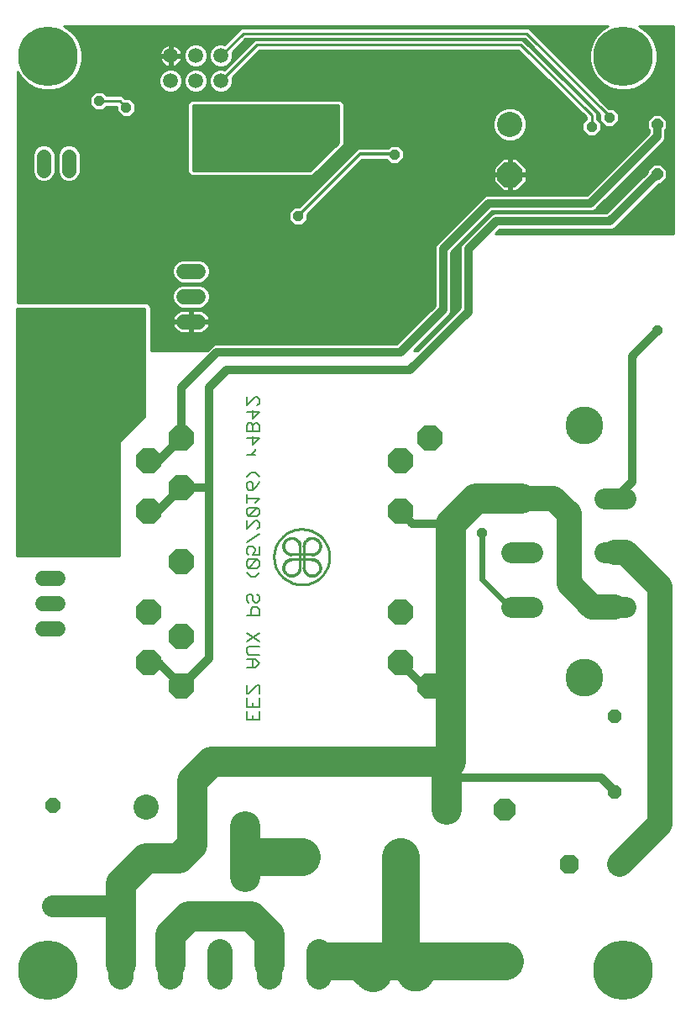
<source format=gbl>
G75*
G70*
%OFA0B0*%
%FSLAX24Y24*%
%IPPOS*%
%LPD*%
%AMOC8*
5,1,8,0,0,1.08239X$1,22.5*
%
%ADD10C,0.0060*%
%ADD11C,0.1000*%
%ADD12OC8,0.1000*%
%ADD13OC8,0.1181*%
%ADD14C,0.0594*%
%ADD15C,0.1000*%
%ADD16OC8,0.0885*%
%ADD17C,0.0100*%
%ADD18C,0.0010*%
%ADD19C,0.0825*%
%ADD20OC8,0.0560*%
%ADD21OC8,0.0760*%
%ADD22C,0.1502*%
%ADD23C,0.0594*%
%ADD24OC8,0.0600*%
%ADD25C,0.0560*%
%ADD26C,0.1200*%
%ADD27R,0.0396X0.0396*%
%ADD28OC8,0.0396*%
%ADD29C,0.2362*%
%ADD30C,0.0320*%
%ADD31C,0.0860*%
%ADD32C,0.0500*%
%ADD33C,0.1500*%
%ADD34C,0.1500*%
%ADD35C,0.0160*%
%ADD36C,0.0240*%
%ADD37C,0.0120*%
%ADD38OC8,0.0436*%
D10*
X016051Y016921D02*
X016051Y017255D01*
X016051Y017437D02*
X016051Y017771D01*
X016051Y017953D02*
X016051Y018286D01*
X016051Y017953D02*
X016135Y017953D01*
X016468Y018286D01*
X016552Y018286D01*
X016552Y017953D01*
X016552Y017771D02*
X016552Y017437D01*
X016051Y017437D01*
X016302Y017437D02*
X016302Y017604D01*
X016552Y017255D02*
X016552Y016921D01*
X016051Y016921D01*
X016302Y016921D02*
X016302Y017088D01*
X016302Y018984D02*
X016302Y019318D01*
X016385Y019318D02*
X016051Y019318D01*
X016135Y019500D02*
X016051Y019583D01*
X016051Y019750D01*
X016135Y019833D01*
X016552Y019833D01*
X016552Y020015D02*
X016051Y020349D01*
X016051Y020015D02*
X016552Y020349D01*
X016552Y021046D02*
X016552Y021297D01*
X016468Y021380D01*
X016302Y021380D01*
X016218Y021297D01*
X016218Y021046D01*
X016051Y021046D02*
X016552Y021046D01*
X016468Y021562D02*
X016385Y021562D01*
X016302Y021646D01*
X016302Y021812D01*
X016218Y021896D01*
X016135Y021896D01*
X016051Y021812D01*
X016051Y021646D01*
X016135Y021562D01*
X016468Y021562D02*
X016552Y021646D01*
X016552Y021812D01*
X016468Y021896D01*
X016385Y022593D02*
X016552Y022760D01*
X016468Y022937D02*
X016552Y023021D01*
X016552Y023187D01*
X016468Y023271D01*
X016135Y022937D01*
X016051Y023021D01*
X016051Y023187D01*
X016135Y023271D01*
X016468Y023271D01*
X016552Y023453D02*
X016302Y023453D01*
X016385Y023620D01*
X016385Y023703D01*
X016302Y023786D01*
X016135Y023786D01*
X016051Y023703D01*
X016051Y023536D01*
X016135Y023453D01*
X016552Y023453D02*
X016552Y023786D01*
X016552Y024302D02*
X016051Y023968D01*
X016051Y024484D02*
X016385Y024818D01*
X016468Y024818D01*
X016552Y024734D01*
X016552Y024567D01*
X016468Y024484D01*
X016468Y025000D02*
X016135Y025000D01*
X016468Y025333D01*
X016135Y025333D01*
X016051Y025250D01*
X016051Y025083D01*
X016135Y025000D01*
X016051Y024818D02*
X016051Y024484D01*
X016468Y025000D02*
X016552Y025083D01*
X016552Y025250D01*
X016468Y025333D01*
X016385Y025515D02*
X016552Y025682D01*
X016051Y025682D01*
X016051Y025515D02*
X016051Y025849D01*
X016135Y026031D02*
X016051Y026114D01*
X016051Y026281D01*
X016135Y026365D01*
X016218Y026365D01*
X016302Y026281D01*
X016302Y026031D01*
X016135Y026031D01*
X016302Y026031D02*
X016468Y026198D01*
X016552Y026365D01*
X016552Y026547D02*
X016385Y026713D01*
X016218Y026713D01*
X016051Y026547D01*
X016051Y027406D02*
X016385Y027406D01*
X016218Y027406D02*
X016385Y027573D01*
X016385Y027656D01*
X016302Y027836D02*
X016302Y028169D01*
X016302Y028351D02*
X016302Y028602D01*
X016218Y028685D01*
X016135Y028685D01*
X016051Y028602D01*
X016051Y028351D01*
X016552Y028351D01*
X016552Y028602D01*
X016468Y028685D01*
X016385Y028685D01*
X016302Y028602D01*
X016302Y028867D02*
X016302Y029201D01*
X016468Y029383D02*
X016552Y029466D01*
X016552Y029633D01*
X016468Y029716D01*
X016385Y029716D01*
X016051Y029383D01*
X016051Y029716D01*
X016051Y029117D02*
X016552Y029117D01*
X016302Y028867D01*
X016051Y028086D02*
X016552Y028086D01*
X016302Y027836D01*
X016135Y022937D02*
X016468Y022937D01*
X016385Y022593D02*
X016218Y022593D01*
X016051Y022760D01*
X016135Y019500D02*
X016552Y019500D01*
X016385Y019318D02*
X016552Y019151D01*
X016385Y018984D01*
X016051Y018984D01*
D11*
X012044Y013451D03*
X012044Y011426D03*
X015981Y010678D03*
X015981Y012703D03*
X018212Y011487D03*
X022149Y011487D03*
X026497Y040528D03*
D12*
X026497Y038528D03*
X023309Y028098D03*
X022137Y027177D03*
X022137Y025177D03*
X022137Y021177D03*
X022137Y019177D03*
X023309Y018256D03*
X013466Y018256D03*
X012137Y019177D03*
X013466Y020224D03*
X012137Y021177D03*
X013466Y023177D03*
X012137Y025177D03*
X013466Y026130D03*
X012137Y027177D03*
X013466Y028098D03*
D13*
X021362Y037302D03*
D14*
X014134Y034702D02*
X013540Y034702D01*
X013540Y033702D02*
X014134Y033702D01*
X014134Y032702D02*
X013540Y032702D01*
X008559Y022527D02*
X007965Y022527D01*
X007965Y021527D02*
X008559Y021527D01*
X008559Y020527D02*
X007965Y020527D01*
D15*
X011037Y007727D02*
X011037Y006727D01*
X013006Y006727D02*
X013006Y007727D01*
X014974Y007727D02*
X014974Y006727D01*
X016943Y006727D02*
X016943Y007727D01*
X018911Y007727D02*
X018911Y006727D01*
X029762Y021402D02*
X030662Y021402D01*
X029762Y021402D02*
X028837Y022327D01*
X028837Y025077D01*
X028212Y025702D01*
X026962Y025702D01*
X030662Y023552D02*
X031087Y023552D01*
X032437Y022202D01*
X032437Y012802D01*
X030837Y011202D01*
D16*
X026298Y013362D03*
X023992Y013362D03*
X023992Y007362D03*
X026298Y007362D03*
D17*
X018312Y022963D02*
X018312Y023789D01*
X018154Y023789D02*
X018154Y022963D01*
X017133Y023376D02*
X017135Y023442D01*
X017141Y023507D01*
X017151Y023572D01*
X017164Y023637D01*
X017182Y023700D01*
X017203Y023763D01*
X017228Y023823D01*
X017257Y023883D01*
X017289Y023940D01*
X017324Y023996D01*
X017363Y024049D01*
X017405Y024100D01*
X017449Y024148D01*
X017497Y024193D01*
X017547Y024236D01*
X017600Y024275D01*
X017655Y024312D01*
X017712Y024345D01*
X017771Y024374D01*
X017831Y024400D01*
X017893Y024422D01*
X017956Y024441D01*
X018020Y024455D01*
X018085Y024466D01*
X018151Y024473D01*
X018217Y024476D01*
X018282Y024475D01*
X018348Y024470D01*
X018413Y024461D01*
X018478Y024448D01*
X018541Y024432D01*
X018604Y024412D01*
X018665Y024387D01*
X018725Y024360D01*
X018783Y024329D01*
X018839Y024294D01*
X018893Y024256D01*
X018944Y024215D01*
X018993Y024171D01*
X019039Y024124D01*
X019083Y024075D01*
X019123Y024023D01*
X019160Y023968D01*
X019194Y023912D01*
X019224Y023853D01*
X019251Y023793D01*
X019274Y023732D01*
X019293Y023669D01*
X019309Y023605D01*
X019321Y023540D01*
X019329Y023475D01*
X019333Y023409D01*
X019333Y023343D01*
X019329Y023277D01*
X019321Y023212D01*
X019309Y023147D01*
X019293Y023083D01*
X019274Y023020D01*
X019251Y022959D01*
X019224Y022899D01*
X019194Y022840D01*
X019160Y022784D01*
X019123Y022729D01*
X019083Y022677D01*
X019039Y022628D01*
X018993Y022581D01*
X018944Y022537D01*
X018893Y022496D01*
X018839Y022458D01*
X018783Y022423D01*
X018725Y022392D01*
X018665Y022365D01*
X018604Y022340D01*
X018541Y022320D01*
X018478Y022304D01*
X018413Y022291D01*
X018348Y022282D01*
X018282Y022277D01*
X018217Y022276D01*
X018151Y022279D01*
X018085Y022286D01*
X018020Y022297D01*
X017956Y022311D01*
X017893Y022330D01*
X017831Y022352D01*
X017771Y022378D01*
X017712Y022407D01*
X017655Y022440D01*
X017600Y022477D01*
X017547Y022516D01*
X017497Y022559D01*
X017449Y022604D01*
X017405Y022652D01*
X017363Y022703D01*
X017324Y022756D01*
X017289Y022812D01*
X017257Y022869D01*
X017228Y022929D01*
X017203Y022989D01*
X017182Y023052D01*
X017164Y023115D01*
X017151Y023180D01*
X017141Y023245D01*
X017135Y023310D01*
X017133Y023376D01*
X017839Y023474D02*
X018627Y023474D01*
X018627Y023278D02*
X017839Y023278D01*
X014471Y031552D02*
X012257Y031552D01*
X012257Y033231D01*
X012216Y033330D01*
X012140Y033406D01*
X012041Y033447D01*
X006957Y033447D01*
X006957Y042608D01*
X007081Y042393D01*
X007333Y042141D01*
X007641Y041963D01*
X007985Y041871D01*
X008340Y041871D01*
X008684Y041963D01*
X008992Y042141D01*
X009244Y042393D01*
X009421Y042701D01*
X009514Y043045D01*
X009514Y043400D01*
X009421Y043744D01*
X009244Y044052D01*
X008992Y044304D01*
X008777Y044428D01*
X030382Y044428D01*
X030168Y044304D01*
X029916Y044052D01*
X029738Y043744D01*
X029646Y043400D01*
X029646Y043045D01*
X029738Y042701D01*
X029916Y042393D01*
X030168Y042141D01*
X030476Y041963D01*
X030819Y041871D01*
X031175Y041871D01*
X031519Y041963D01*
X031827Y042141D01*
X032078Y042393D01*
X032256Y042701D01*
X032348Y043045D01*
X032348Y043400D01*
X032256Y043744D01*
X032078Y044052D01*
X031827Y044304D01*
X031612Y044428D01*
X032990Y044428D01*
X032990Y036177D01*
X025904Y036177D01*
X026074Y036347D01*
X030528Y036347D01*
X030649Y036397D01*
X032416Y038164D01*
X032498Y038164D01*
X032725Y038392D01*
X032725Y038713D01*
X032498Y038940D01*
X032177Y038940D01*
X031949Y038713D01*
X031949Y038631D01*
X030326Y037007D01*
X025872Y037007D01*
X025750Y036957D01*
X025658Y036864D01*
X024650Y035857D01*
X024558Y035764D01*
X024507Y035643D01*
X024507Y033239D01*
X022821Y031552D01*
X022679Y031552D01*
X024024Y032897D01*
X024117Y032990D01*
X024167Y033112D01*
X024167Y035440D01*
X025799Y037072D01*
X029753Y037072D01*
X029874Y037122D01*
X029967Y037215D01*
X029967Y037215D01*
X032617Y039865D01*
X032667Y039987D01*
X032667Y040309D01*
X032725Y040367D01*
X032725Y040688D01*
X032498Y040915D01*
X032177Y040915D01*
X031949Y040688D01*
X031949Y040367D01*
X032007Y040309D01*
X032007Y040189D01*
X029551Y037732D01*
X025597Y037732D01*
X025475Y037682D01*
X023558Y035764D01*
X023507Y035643D01*
X023507Y033314D01*
X022001Y031807D01*
X014797Y031807D01*
X014675Y031757D01*
X014583Y031664D01*
X014471Y031552D01*
X014547Y031628D02*
X012257Y031628D01*
X012257Y031727D02*
X014645Y031727D01*
X014583Y031664D02*
X014583Y031664D01*
X014306Y032288D02*
X014368Y032320D01*
X014425Y032361D01*
X014475Y032411D01*
X014516Y032468D01*
X014548Y032531D01*
X014570Y032598D01*
X014579Y032654D01*
X013886Y032654D01*
X013886Y032751D01*
X013789Y032751D01*
X013789Y033149D01*
X013505Y033149D01*
X013436Y033138D01*
X013369Y033116D01*
X013306Y033084D01*
X013249Y033043D01*
X013200Y032993D01*
X013158Y032936D01*
X013126Y032874D01*
X013105Y032807D01*
X013096Y032751D01*
X013789Y032751D01*
X013789Y032654D01*
X013096Y032654D01*
X013105Y032598D01*
X013126Y032531D01*
X013158Y032468D01*
X013200Y032411D01*
X013249Y032361D01*
X013306Y032320D01*
X013369Y032288D01*
X013436Y032266D01*
X013505Y032255D01*
X013789Y032255D01*
X013789Y032654D01*
X013886Y032654D01*
X013886Y032255D01*
X014169Y032255D01*
X014239Y032266D01*
X014306Y032288D01*
X014364Y032318D02*
X022511Y032318D01*
X022610Y032416D02*
X014479Y032416D01*
X014540Y032515D02*
X022708Y032515D01*
X022807Y032613D02*
X014572Y032613D01*
X014579Y032751D02*
X014570Y032807D01*
X014548Y032874D01*
X014516Y032936D01*
X014475Y032993D01*
X014425Y033043D01*
X014368Y033084D01*
X014306Y033116D01*
X014239Y033138D01*
X014169Y033149D01*
X013886Y033149D01*
X013886Y032751D01*
X014579Y032751D01*
X014569Y032810D02*
X023004Y032810D01*
X023102Y032909D02*
X014530Y032909D01*
X014461Y033007D02*
X023201Y033007D01*
X023299Y033106D02*
X014326Y033106D01*
X014227Y033235D02*
X014399Y033306D01*
X014530Y033438D01*
X014601Y033609D01*
X014601Y033795D01*
X014530Y033967D01*
X014399Y034098D01*
X014227Y034169D01*
X013448Y034169D01*
X013276Y034098D01*
X013145Y033967D01*
X013074Y033795D01*
X006957Y033795D01*
X006957Y033697D02*
X013074Y033697D01*
X013074Y033609D02*
X013145Y033438D01*
X013276Y033306D01*
X013448Y033235D01*
X014227Y033235D01*
X014390Y033303D02*
X023496Y033303D01*
X023507Y033401D02*
X014493Y033401D01*
X014556Y033500D02*
X023507Y033500D01*
X023507Y033598D02*
X014596Y033598D01*
X014601Y033697D02*
X023507Y033697D01*
X023507Y033795D02*
X014601Y033795D01*
X014560Y033894D02*
X023507Y033894D01*
X023507Y033992D02*
X014504Y033992D01*
X014406Y034091D02*
X023507Y034091D01*
X023507Y034189D02*
X006957Y034189D01*
X006957Y034091D02*
X013269Y034091D01*
X013170Y033992D02*
X006957Y033992D01*
X006957Y033894D02*
X013114Y033894D01*
X013074Y033795D02*
X013074Y033609D01*
X013078Y033598D02*
X006957Y033598D01*
X006957Y033500D02*
X013119Y033500D01*
X013181Y033401D02*
X012145Y033401D01*
X012228Y033303D02*
X013285Y033303D01*
X013348Y033106D02*
X012257Y033106D01*
X012257Y033204D02*
X023398Y033204D01*
X023740Y032613D02*
X023882Y032613D01*
X023839Y032712D02*
X023980Y032712D01*
X023937Y032810D02*
X024079Y032810D01*
X024036Y032909D02*
X024177Y032909D01*
X024124Y033007D02*
X024276Y033007D01*
X024374Y033106D02*
X024165Y033106D01*
X024167Y033204D02*
X024473Y033204D01*
X024507Y033303D02*
X024167Y033303D01*
X024167Y033401D02*
X024507Y033401D01*
X024507Y033500D02*
X024167Y033500D01*
X024167Y033598D02*
X024507Y033598D01*
X024507Y033697D02*
X024167Y033697D01*
X024167Y033795D02*
X024507Y033795D01*
X024507Y033894D02*
X024167Y033894D01*
X024167Y033992D02*
X024507Y033992D01*
X024507Y034091D02*
X024167Y034091D01*
X024167Y034189D02*
X024507Y034189D01*
X024507Y034288D02*
X024167Y034288D01*
X024167Y034386D02*
X024507Y034386D01*
X024507Y034485D02*
X024167Y034485D01*
X024167Y034583D02*
X024507Y034583D01*
X024507Y034682D02*
X024167Y034682D01*
X024167Y034780D02*
X024507Y034780D01*
X024507Y034879D02*
X024167Y034879D01*
X024167Y034977D02*
X024507Y034977D01*
X024507Y035076D02*
X024167Y035076D01*
X024167Y035174D02*
X024507Y035174D01*
X024507Y035273D02*
X024167Y035273D01*
X024167Y035371D02*
X024507Y035371D01*
X024507Y035470D02*
X024197Y035470D01*
X024295Y035568D02*
X024507Y035568D01*
X024517Y035667D02*
X024394Y035667D01*
X024492Y035765D02*
X024559Y035765D01*
X024591Y035864D02*
X024657Y035864D01*
X024689Y035962D02*
X024756Y035962D01*
X024788Y036061D02*
X024854Y036061D01*
X024886Y036159D02*
X024953Y036159D01*
X024985Y036258D02*
X025051Y036258D01*
X025083Y036356D02*
X025150Y036356D01*
X025182Y036455D02*
X025248Y036455D01*
X025280Y036553D02*
X025347Y036553D01*
X025379Y036652D02*
X025445Y036652D01*
X025477Y036750D02*
X025544Y036750D01*
X025576Y036849D02*
X025642Y036849D01*
X025658Y036864D02*
X025658Y036864D01*
X025674Y036947D02*
X025741Y036947D01*
X025773Y037046D02*
X030364Y037046D01*
X030463Y037144D02*
X029896Y037144D01*
X029995Y037243D02*
X030561Y037243D01*
X030660Y037341D02*
X030093Y037341D01*
X030192Y037440D02*
X030758Y037440D01*
X030857Y037538D02*
X030290Y037538D01*
X030389Y037637D02*
X030955Y037637D01*
X031054Y037735D02*
X030487Y037735D01*
X030586Y037834D02*
X031152Y037834D01*
X031251Y037932D02*
X030684Y037932D01*
X030783Y038031D02*
X031349Y038031D01*
X031448Y038129D02*
X030881Y038129D01*
X030980Y038228D02*
X031546Y038228D01*
X031645Y038326D02*
X031078Y038326D01*
X031177Y038425D02*
X031743Y038425D01*
X031842Y038523D02*
X031275Y038523D01*
X031374Y038622D02*
X031940Y038622D01*
X031957Y038720D02*
X031472Y038720D01*
X031571Y038819D02*
X032055Y038819D01*
X032154Y038917D02*
X031669Y038917D01*
X031768Y039016D02*
X032990Y039016D01*
X032990Y039114D02*
X031866Y039114D01*
X031965Y039213D02*
X032990Y039213D01*
X032990Y039311D02*
X032063Y039311D01*
X032162Y039410D02*
X032990Y039410D01*
X032990Y039508D02*
X032260Y039508D01*
X032359Y039607D02*
X032990Y039607D01*
X032990Y039705D02*
X032457Y039705D01*
X032556Y039804D02*
X032990Y039804D01*
X032990Y039902D02*
X032632Y039902D01*
X032667Y040001D02*
X032990Y040001D01*
X032990Y040099D02*
X032667Y040099D01*
X032667Y040198D02*
X032990Y040198D01*
X032990Y040296D02*
X032667Y040296D01*
X032725Y040395D02*
X032990Y040395D01*
X032990Y040493D02*
X032725Y040493D01*
X032725Y040592D02*
X032990Y040592D01*
X032990Y040690D02*
X032723Y040690D01*
X032624Y040789D02*
X032990Y040789D01*
X032990Y040887D02*
X032526Y040887D01*
X032149Y040887D02*
X030805Y040887D01*
X030805Y040955D02*
X030590Y041170D01*
X030430Y041170D01*
X027382Y044218D01*
X027253Y044347D01*
X015814Y044347D01*
X015162Y043695D01*
X015118Y043713D01*
X014932Y043713D01*
X014760Y043642D01*
X014629Y043511D01*
X014558Y043339D01*
X014558Y043154D01*
X014629Y042982D01*
X014760Y042851D01*
X014932Y042780D01*
X015118Y042780D01*
X015289Y042851D01*
X015420Y042982D01*
X015492Y043154D01*
X015492Y043339D01*
X015473Y043384D01*
X015997Y043907D01*
X027071Y043907D01*
X030069Y040909D01*
X030069Y040650D01*
X030285Y040434D01*
X030590Y040434D01*
X030805Y040650D01*
X030805Y040955D01*
X030774Y040986D02*
X032990Y040986D01*
X032990Y041084D02*
X030676Y041084D01*
X030418Y041183D02*
X032990Y041183D01*
X032990Y041281D02*
X030319Y041281D01*
X030221Y041380D02*
X032990Y041380D01*
X032990Y041478D02*
X030122Y041478D01*
X030024Y041577D02*
X032990Y041577D01*
X032990Y041675D02*
X029925Y041675D01*
X029827Y041774D02*
X032990Y041774D01*
X032990Y041872D02*
X031178Y041872D01*
X030816Y041872D02*
X029728Y041872D01*
X029630Y041971D02*
X030463Y041971D01*
X030292Y042069D02*
X029531Y042069D01*
X029433Y042168D02*
X030141Y042168D01*
X030043Y042266D02*
X029334Y042266D01*
X029236Y042365D02*
X029944Y042365D01*
X029875Y042463D02*
X029137Y042463D01*
X029039Y042562D02*
X029818Y042562D01*
X029762Y042660D02*
X028940Y042660D01*
X028842Y042759D02*
X029723Y042759D01*
X029696Y042857D02*
X028743Y042857D01*
X028645Y042956D02*
X029670Y042956D01*
X029646Y043054D02*
X028546Y043054D01*
X028448Y043153D02*
X029646Y043153D01*
X029646Y043251D02*
X028349Y043251D01*
X028251Y043350D02*
X029646Y043350D01*
X029659Y043448D02*
X028152Y043448D01*
X028054Y043547D02*
X029685Y043547D01*
X029712Y043645D02*
X027955Y043645D01*
X027857Y043744D02*
X029738Y043744D01*
X029795Y043842D02*
X027758Y043842D01*
X027660Y043941D02*
X029852Y043941D01*
X029909Y044039D02*
X027561Y044039D01*
X027463Y044138D02*
X030002Y044138D01*
X030100Y044236D02*
X027364Y044236D01*
X027266Y044335D02*
X030222Y044335D01*
X031773Y044335D02*
X032990Y044335D01*
X032990Y044236D02*
X031894Y044236D01*
X031993Y044138D02*
X032990Y044138D01*
X032990Y044039D02*
X032086Y044039D01*
X032143Y043941D02*
X032990Y043941D01*
X032990Y043842D02*
X032199Y043842D01*
X032256Y043744D02*
X032990Y043744D01*
X032990Y043645D02*
X032283Y043645D01*
X032309Y043547D02*
X032990Y043547D01*
X032990Y043448D02*
X032335Y043448D01*
X032348Y043350D02*
X032990Y043350D01*
X032990Y043251D02*
X032348Y043251D01*
X032348Y043153D02*
X032990Y043153D01*
X032990Y043054D02*
X032348Y043054D01*
X032324Y042956D02*
X032990Y042956D01*
X032990Y042857D02*
X032298Y042857D01*
X032272Y042759D02*
X032990Y042759D01*
X032990Y042660D02*
X032233Y042660D01*
X032176Y042562D02*
X032990Y042562D01*
X032990Y042463D02*
X032119Y042463D01*
X032050Y042365D02*
X032990Y042365D01*
X032990Y042266D02*
X031952Y042266D01*
X031853Y042168D02*
X032990Y042168D01*
X032990Y042069D02*
X031702Y042069D01*
X031531Y041971D02*
X032990Y041971D01*
X032050Y040789D02*
X030805Y040789D01*
X030805Y040690D02*
X031952Y040690D01*
X031949Y040592D02*
X030747Y040592D01*
X030649Y040493D02*
X031949Y040493D01*
X031949Y040395D02*
X030105Y040395D01*
X030105Y040493D02*
X030226Y040493D01*
X030127Y040592D02*
X030093Y040592D01*
X030105Y040580D02*
X029957Y040728D01*
X029957Y040812D01*
X029958Y040813D01*
X029957Y040903D01*
X029957Y040993D01*
X029956Y040994D01*
X029956Y040995D01*
X029892Y041058D01*
X029828Y041122D01*
X029827Y041122D01*
X027067Y043833D01*
X027003Y043897D01*
X027002Y043897D01*
X027001Y043898D01*
X026911Y043897D01*
X016364Y043897D01*
X015162Y042695D01*
X015118Y042713D01*
X014932Y042713D01*
X014760Y042642D01*
X014629Y042511D01*
X014558Y042339D01*
X014558Y042154D01*
X014629Y041982D01*
X014760Y041851D01*
X014932Y041780D01*
X015118Y041780D01*
X015289Y041851D01*
X015420Y041982D01*
X015492Y042154D01*
X015492Y042339D01*
X015473Y042384D01*
X016547Y043457D01*
X026822Y043457D01*
X029517Y040810D01*
X029517Y040728D01*
X029369Y040580D01*
X029369Y040275D01*
X029585Y040059D01*
X029890Y040059D01*
X030105Y040275D01*
X030105Y040580D01*
X030069Y040690D02*
X029995Y040690D01*
X029957Y040789D02*
X030069Y040789D01*
X030069Y040887D02*
X029957Y040887D01*
X029957Y040986D02*
X029993Y040986D01*
X029894Y041084D02*
X029866Y041084D01*
X029796Y041183D02*
X029766Y041183D01*
X029697Y041281D02*
X029665Y041281D01*
X029599Y041380D02*
X029565Y041380D01*
X029500Y041478D02*
X029465Y041478D01*
X029402Y041577D02*
X029364Y041577D01*
X029303Y041675D02*
X029264Y041675D01*
X029205Y041774D02*
X029164Y041774D01*
X029106Y041872D02*
X029064Y041872D01*
X029008Y041971D02*
X028963Y041971D01*
X028909Y042069D02*
X028863Y042069D01*
X028811Y042168D02*
X028763Y042168D01*
X028712Y042266D02*
X028663Y042266D01*
X028614Y042365D02*
X028562Y042365D01*
X028515Y042463D02*
X028462Y042463D01*
X028417Y042562D02*
X028362Y042562D01*
X028318Y042660D02*
X028261Y042660D01*
X028220Y042759D02*
X028161Y042759D01*
X028121Y042857D02*
X028061Y042857D01*
X028023Y042956D02*
X027961Y042956D01*
X027924Y043054D02*
X027860Y043054D01*
X027826Y043153D02*
X027760Y043153D01*
X027727Y043251D02*
X027660Y043251D01*
X027629Y043350D02*
X027560Y043350D01*
X027530Y043448D02*
X027459Y043448D01*
X027432Y043547D02*
X027359Y043547D01*
X027333Y043645D02*
X027259Y043645D01*
X027235Y043744D02*
X027158Y043744D01*
X027136Y043842D02*
X027058Y043842D01*
X026912Y043677D02*
X016455Y043677D01*
X015025Y042246D01*
X014593Y042069D02*
X014457Y042069D01*
X014492Y042154D02*
X014420Y041982D01*
X014289Y041851D01*
X014118Y041780D01*
X013932Y041780D01*
X013760Y041851D01*
X013629Y041982D01*
X013558Y042154D01*
X013558Y042339D01*
X013629Y042511D01*
X013760Y042642D01*
X013932Y042713D01*
X014118Y042713D01*
X014289Y042642D01*
X014420Y042511D01*
X014492Y042339D01*
X014492Y042154D01*
X014492Y042168D02*
X014558Y042168D01*
X014558Y042266D02*
X014492Y042266D01*
X014481Y042365D02*
X014568Y042365D01*
X014609Y042463D02*
X014440Y042463D01*
X014370Y042562D02*
X014680Y042562D01*
X014804Y042660D02*
X014246Y042660D01*
X014118Y042780D02*
X014289Y042851D01*
X014420Y042982D01*
X014492Y043154D01*
X014492Y043339D01*
X014420Y043511D01*
X014289Y043642D01*
X014118Y043713D01*
X013932Y043713D01*
X013760Y043642D01*
X013629Y043511D01*
X013558Y043339D01*
X013558Y043154D01*
X013629Y042982D01*
X013760Y042851D01*
X013932Y042780D01*
X014118Y042780D01*
X014296Y042857D02*
X014754Y042857D01*
X014655Y042956D02*
X014394Y042956D01*
X014450Y043054D02*
X014599Y043054D01*
X014558Y043153D02*
X014491Y043153D01*
X014492Y043251D02*
X014558Y043251D01*
X014562Y043350D02*
X014487Y043350D01*
X014446Y043448D02*
X014603Y043448D01*
X014665Y043547D02*
X014385Y043547D01*
X014282Y043645D02*
X014768Y043645D01*
X015211Y043744D02*
X009422Y043744D01*
X009448Y043645D02*
X012823Y043645D01*
X012853Y043661D02*
X012790Y043629D01*
X012734Y043587D01*
X012684Y043538D01*
X012642Y043481D01*
X012611Y043418D01*
X012589Y043351D01*
X012580Y043295D01*
X012976Y043295D01*
X012976Y043198D01*
X012580Y043198D01*
X012589Y043142D01*
X012611Y043075D01*
X012642Y043012D01*
X012684Y042955D01*
X012734Y042906D01*
X012790Y042864D01*
X012853Y042832D01*
X012920Y042811D01*
X012976Y042802D01*
X012976Y043198D01*
X013073Y043198D01*
X013073Y042802D01*
X013129Y042811D01*
X013196Y042832D01*
X013259Y042864D01*
X013316Y042906D01*
X013366Y042955D01*
X013407Y043012D01*
X013439Y043075D01*
X013461Y043142D01*
X013469Y043198D01*
X013073Y043198D01*
X013073Y043295D01*
X012976Y043295D01*
X012976Y043691D01*
X012920Y043682D01*
X012853Y043661D01*
X012976Y043645D02*
X013073Y043645D01*
X013073Y043691D02*
X013129Y043682D01*
X013196Y043661D01*
X013259Y043629D01*
X013316Y043587D01*
X013366Y043538D01*
X013407Y043481D01*
X013439Y043418D01*
X013461Y043351D01*
X013469Y043295D01*
X013073Y043295D01*
X013073Y043691D01*
X013073Y043547D02*
X012976Y043547D01*
X012976Y043448D02*
X013073Y043448D01*
X013073Y043350D02*
X012976Y043350D01*
X012976Y043251D02*
X009514Y043251D01*
X009514Y043153D02*
X012587Y043153D01*
X012621Y043054D02*
X009514Y043054D01*
X009490Y042956D02*
X012684Y042956D01*
X012804Y042857D02*
X009463Y042857D01*
X009437Y042759D02*
X015226Y042759D01*
X015296Y042857D02*
X015324Y042857D01*
X015394Y042956D02*
X015423Y042956D01*
X015450Y043054D02*
X015521Y043054D01*
X015491Y043153D02*
X015620Y043153D01*
X015718Y043251D02*
X015492Y043251D01*
X015487Y043350D02*
X015817Y043350D01*
X015915Y043448D02*
X015538Y043448D01*
X015636Y043547D02*
X016014Y043547D01*
X016112Y043645D02*
X015735Y043645D01*
X015833Y043744D02*
X016211Y043744D01*
X016309Y043842D02*
X015932Y043842D01*
X015905Y044127D02*
X015025Y043246D01*
X015309Y043842D02*
X009365Y043842D01*
X009308Y043941D02*
X015408Y043941D01*
X015506Y044039D02*
X009251Y044039D01*
X009158Y044138D02*
X015605Y044138D01*
X015703Y044236D02*
X009059Y044236D01*
X008938Y044335D02*
X015802Y044335D01*
X015905Y044127D02*
X027162Y044127D01*
X030437Y040852D01*
X030437Y040802D01*
X030105Y040296D02*
X032007Y040296D01*
X032007Y040198D02*
X030028Y040198D01*
X029930Y040099D02*
X031918Y040099D01*
X031819Y040001D02*
X026917Y040001D01*
X026876Y039960D02*
X027065Y040148D01*
X027167Y040395D01*
X029369Y040395D01*
X029369Y040493D02*
X027167Y040493D01*
X027167Y040395D02*
X027167Y040661D01*
X027065Y040907D01*
X026876Y041096D01*
X026630Y041198D01*
X026364Y041198D01*
X026117Y041096D01*
X025929Y040907D01*
X025827Y040661D01*
X025827Y040395D01*
X019907Y040395D01*
X019907Y040493D02*
X025827Y040493D01*
X025827Y040395D02*
X025929Y040148D01*
X026117Y039960D01*
X026364Y039858D01*
X026630Y039858D01*
X026876Y039960D01*
X026737Y039902D02*
X031721Y039902D01*
X031622Y039804D02*
X019907Y039804D01*
X019907Y039801D02*
X019908Y039891D01*
X019907Y039892D01*
X019907Y041368D01*
X019778Y041497D01*
X013821Y041497D01*
X013692Y041368D01*
X013692Y041186D01*
X013692Y038793D01*
X013692Y038611D01*
X013821Y038482D01*
X018561Y038482D01*
X018651Y038481D01*
X018652Y038482D01*
X018653Y038482D01*
X018717Y038546D01*
X019777Y039582D01*
X019778Y039582D01*
X019842Y039646D01*
X019906Y039709D01*
X019906Y039710D01*
X019907Y039711D01*
X019907Y039801D01*
X019903Y039705D02*
X031524Y039705D01*
X031425Y039607D02*
X022153Y039607D01*
X022065Y039695D02*
X022280Y039480D01*
X022280Y039175D01*
X022065Y038959D01*
X021760Y038959D01*
X021597Y039122D01*
X020633Y039122D01*
X018455Y036945D01*
X018455Y036750D01*
X024544Y036750D01*
X024642Y036849D02*
X018455Y036849D01*
X018458Y036947D02*
X024741Y036947D01*
X024839Y037046D02*
X018556Y037046D01*
X018655Y037144D02*
X024938Y037144D01*
X025036Y037243D02*
X018753Y037243D01*
X018852Y037341D02*
X025135Y037341D01*
X025233Y037440D02*
X018950Y037440D01*
X019049Y037538D02*
X025332Y037538D01*
X025430Y037637D02*
X019147Y037637D01*
X019246Y037735D02*
X029554Y037735D01*
X029652Y037834D02*
X019344Y037834D01*
X019443Y037932D02*
X026173Y037932D01*
X026228Y037878D02*
X025847Y038259D01*
X025847Y038478D01*
X026447Y038478D01*
X026547Y038478D01*
X026547Y038578D01*
X027147Y038578D01*
X027147Y038797D01*
X026766Y039178D01*
X026547Y039178D01*
X026547Y038578D01*
X026447Y038578D01*
X026447Y039178D01*
X026228Y039178D01*
X025847Y038797D01*
X025847Y038578D01*
X026447Y038578D01*
X026447Y038478D01*
X026447Y037878D01*
X026228Y037878D01*
X026075Y038031D02*
X019541Y038031D01*
X019640Y038129D02*
X025976Y038129D01*
X025878Y038228D02*
X019738Y038228D01*
X019837Y038326D02*
X025847Y038326D01*
X025847Y038425D02*
X019935Y038425D01*
X020034Y038523D02*
X026447Y038523D01*
X026447Y038425D02*
X026547Y038425D01*
X026547Y038478D02*
X026547Y037878D01*
X026766Y037878D01*
X027147Y038259D01*
X027147Y038478D01*
X026547Y038478D01*
X026547Y038523D02*
X030342Y038523D01*
X030440Y038622D02*
X027147Y038622D01*
X027147Y038720D02*
X030539Y038720D01*
X030637Y038819D02*
X027125Y038819D01*
X027027Y038917D02*
X030736Y038917D01*
X030834Y039016D02*
X026928Y039016D01*
X026830Y039114D02*
X030933Y039114D01*
X031031Y039213D02*
X022280Y039213D01*
X022280Y039311D02*
X031130Y039311D01*
X031228Y039410D02*
X022280Y039410D01*
X022252Y039508D02*
X031327Y039508D01*
X032521Y038917D02*
X032990Y038917D01*
X032990Y038819D02*
X032619Y038819D01*
X032718Y038720D02*
X032990Y038720D01*
X032990Y038622D02*
X032725Y038622D01*
X032725Y038523D02*
X032990Y038523D01*
X032990Y038425D02*
X032725Y038425D01*
X032660Y038326D02*
X032990Y038326D01*
X032990Y038228D02*
X032561Y038228D01*
X032381Y038129D02*
X032990Y038129D01*
X032990Y038031D02*
X032283Y038031D01*
X032184Y037932D02*
X032990Y037932D01*
X032990Y037834D02*
X032086Y037834D01*
X031987Y037735D02*
X032990Y037735D01*
X032990Y037637D02*
X031889Y037637D01*
X031790Y037538D02*
X032990Y037538D01*
X032990Y037440D02*
X031692Y037440D01*
X031593Y037341D02*
X032990Y037341D01*
X032990Y037243D02*
X031495Y037243D01*
X031396Y037144D02*
X032990Y037144D01*
X032990Y037046D02*
X031298Y037046D01*
X031199Y036947D02*
X032990Y036947D01*
X032990Y036849D02*
X031101Y036849D01*
X031002Y036750D02*
X032990Y036750D01*
X032990Y036652D02*
X030904Y036652D01*
X030805Y036553D02*
X032990Y036553D01*
X032990Y036455D02*
X030707Y036455D01*
X030550Y036356D02*
X032990Y036356D01*
X032990Y036258D02*
X025985Y036258D01*
X026447Y037932D02*
X026547Y037932D01*
X026547Y038031D02*
X026447Y038031D01*
X026447Y038129D02*
X026547Y038129D01*
X026547Y038228D02*
X026447Y038228D01*
X026447Y038326D02*
X026547Y038326D01*
X026547Y038622D02*
X026447Y038622D01*
X026447Y038720D02*
X026547Y038720D01*
X026547Y038819D02*
X026447Y038819D01*
X026447Y038917D02*
X026547Y038917D01*
X026547Y039016D02*
X026447Y039016D01*
X026447Y039114D02*
X026547Y039114D01*
X027147Y038425D02*
X030243Y038425D01*
X030145Y038326D02*
X027147Y038326D01*
X027116Y038228D02*
X030046Y038228D01*
X029948Y038129D02*
X027017Y038129D01*
X026919Y038031D02*
X029849Y038031D01*
X029751Y037932D02*
X026820Y037932D01*
X025847Y038622D02*
X020132Y038622D01*
X020231Y038720D02*
X025847Y038720D01*
X025868Y038819D02*
X020329Y038819D01*
X020428Y038917D02*
X025967Y038917D01*
X026065Y039016D02*
X022121Y039016D01*
X022220Y039114D02*
X026164Y039114D01*
X026257Y039902D02*
X019907Y039902D01*
X019907Y040001D02*
X026077Y040001D01*
X025978Y040099D02*
X019907Y040099D01*
X019907Y040198D02*
X025908Y040198D01*
X025868Y040296D02*
X019907Y040296D01*
X019687Y040296D02*
X013912Y040296D01*
X013912Y040198D02*
X019687Y040198D01*
X019687Y040099D02*
X013912Y040099D01*
X013912Y040001D02*
X019687Y040001D01*
X019687Y039902D02*
X013912Y039902D01*
X013912Y039804D02*
X019687Y039804D01*
X019687Y039802D02*
X018562Y038702D01*
X013912Y038702D01*
X013912Y041277D01*
X019687Y041277D01*
X019687Y039802D01*
X019588Y039705D02*
X013912Y039705D01*
X013912Y039607D02*
X019487Y039607D01*
X019387Y039508D02*
X013912Y039508D01*
X013912Y039410D02*
X019286Y039410D01*
X019185Y039311D02*
X013912Y039311D01*
X013912Y039213D02*
X019084Y039213D01*
X018984Y039114D02*
X013912Y039114D01*
X013912Y039016D02*
X018883Y039016D01*
X018782Y038917D02*
X013912Y038917D01*
X013912Y038819D02*
X018682Y038819D01*
X018581Y038720D02*
X013912Y038720D01*
X013692Y038720D02*
X009437Y038720D01*
X009437Y038622D02*
X013692Y038622D01*
X013780Y038523D02*
X009402Y038523D01*
X009369Y038442D02*
X009437Y038608D01*
X009437Y039347D01*
X009369Y039512D01*
X009242Y039639D01*
X009077Y039707D01*
X008898Y039707D01*
X008732Y039639D01*
X008606Y039512D01*
X008537Y039347D01*
X008537Y038608D01*
X008606Y038442D01*
X008732Y038316D01*
X008898Y038247D01*
X009077Y038247D01*
X009242Y038316D01*
X009369Y038442D01*
X009351Y038425D02*
X019285Y038425D01*
X019383Y038523D02*
X018694Y038523D01*
X018795Y038622D02*
X019482Y038622D01*
X019580Y038720D02*
X018895Y038720D01*
X018996Y038819D02*
X019679Y038819D01*
X019777Y038917D02*
X019097Y038917D01*
X019198Y039016D02*
X019876Y039016D01*
X019974Y039114D02*
X019298Y039114D01*
X019399Y039213D02*
X020073Y039213D01*
X020171Y039311D02*
X019500Y039311D01*
X019601Y039410D02*
X020270Y039410D01*
X020307Y039447D02*
X018130Y037270D01*
X017935Y037270D01*
X017719Y037055D01*
X017719Y036750D01*
X006957Y036750D01*
X006957Y036652D02*
X017817Y036652D01*
X017719Y036750D02*
X017935Y036534D01*
X018240Y036534D01*
X018455Y036750D01*
X018357Y036652D02*
X024445Y036652D01*
X024347Y036553D02*
X018259Y036553D01*
X017916Y036553D02*
X006957Y036553D01*
X006957Y036455D02*
X024248Y036455D01*
X024150Y036356D02*
X006957Y036356D01*
X006957Y036258D02*
X024051Y036258D01*
X023953Y036159D02*
X006957Y036159D01*
X006957Y036061D02*
X023854Y036061D01*
X023756Y035962D02*
X006957Y035962D01*
X006957Y035864D02*
X023657Y035864D01*
X023559Y035765D02*
X006957Y035765D01*
X006957Y035667D02*
X023517Y035667D01*
X023507Y035568D02*
X006957Y035568D01*
X006957Y035470D02*
X023507Y035470D01*
X023507Y035371D02*
X006957Y035371D01*
X006957Y035273D02*
X023507Y035273D01*
X023507Y035174D02*
X006957Y035174D01*
X006957Y035076D02*
X013254Y035076D01*
X013276Y035098D02*
X013145Y034967D01*
X013074Y034795D01*
X013074Y034609D01*
X013145Y034438D01*
X013276Y034306D01*
X013448Y034235D01*
X014227Y034235D01*
X014399Y034306D01*
X014530Y034438D01*
X014601Y034609D01*
X014601Y034795D01*
X014530Y034967D01*
X014399Y035098D01*
X014227Y035169D01*
X013448Y035169D01*
X013276Y035098D01*
X013155Y034977D02*
X006957Y034977D01*
X006957Y034879D02*
X013108Y034879D01*
X013074Y034780D02*
X006957Y034780D01*
X006957Y034682D02*
X013074Y034682D01*
X013084Y034583D02*
X006957Y034583D01*
X006957Y034485D02*
X013125Y034485D01*
X013196Y034386D02*
X006957Y034386D01*
X006957Y034288D02*
X013321Y034288D01*
X013789Y033106D02*
X013886Y033106D01*
X013886Y033007D02*
X013789Y033007D01*
X013789Y032909D02*
X013886Y032909D01*
X013886Y032810D02*
X013789Y032810D01*
X013789Y032712D02*
X012257Y032712D01*
X012257Y032810D02*
X013106Y032810D01*
X013144Y032909D02*
X012257Y032909D01*
X012257Y033007D02*
X013214Y033007D01*
X013102Y032613D02*
X012257Y032613D01*
X012257Y032515D02*
X013134Y032515D01*
X013196Y032416D02*
X012257Y032416D01*
X012257Y032318D02*
X013311Y032318D01*
X013789Y032318D02*
X013886Y032318D01*
X013886Y032416D02*
X013789Y032416D01*
X013789Y032515D02*
X013886Y032515D01*
X013886Y032613D02*
X013789Y032613D01*
X013886Y032712D02*
X022905Y032712D01*
X023346Y032219D02*
X023488Y032219D01*
X023445Y032318D02*
X023586Y032318D01*
X023543Y032416D02*
X023685Y032416D01*
X023642Y032515D02*
X023783Y032515D01*
X023389Y032121D02*
X023248Y032121D01*
X023291Y032022D02*
X023149Y032022D01*
X023192Y031924D02*
X023051Y031924D01*
X023094Y031825D02*
X022952Y031825D01*
X022995Y031727D02*
X022854Y031727D01*
X022897Y031628D02*
X022755Y031628D01*
X022216Y032022D02*
X012257Y032022D01*
X012257Y031924D02*
X022117Y031924D01*
X022019Y031825D02*
X012257Y031825D01*
X012257Y032121D02*
X022314Y032121D01*
X022413Y032219D02*
X012257Y032219D01*
X014354Y034288D02*
X023507Y034288D01*
X023507Y034386D02*
X014478Y034386D01*
X014549Y034485D02*
X023507Y034485D01*
X023507Y034583D02*
X014590Y034583D01*
X014601Y034682D02*
X023507Y034682D01*
X023507Y034780D02*
X014601Y034780D01*
X014566Y034879D02*
X023507Y034879D01*
X023507Y034977D02*
X014519Y034977D01*
X014421Y035076D02*
X023507Y035076D01*
X021703Y039016D02*
X020526Y039016D01*
X020625Y039114D02*
X021605Y039114D01*
X021647Y039582D02*
X020442Y039582D01*
X020307Y039447D01*
X020368Y039508D02*
X019701Y039508D01*
X019803Y039607D02*
X021671Y039607D01*
X021647Y039582D02*
X021760Y039695D01*
X022065Y039695D01*
X019907Y040592D02*
X025827Y040592D01*
X025839Y040690D02*
X019907Y040690D01*
X019907Y040789D02*
X025880Y040789D01*
X025921Y040887D02*
X019907Y040887D01*
X019907Y040986D02*
X026007Y040986D01*
X026106Y041084D02*
X019907Y041084D01*
X019907Y041183D02*
X026327Y041183D01*
X026667Y041183D02*
X029138Y041183D01*
X029238Y041084D02*
X026888Y041084D01*
X026987Y040986D02*
X029338Y040986D01*
X029439Y040887D02*
X027073Y040887D01*
X027114Y040789D02*
X029517Y040789D01*
X029480Y040690D02*
X027155Y040690D01*
X027167Y040592D02*
X029381Y040592D01*
X029369Y040296D02*
X027126Y040296D01*
X027085Y040198D02*
X029446Y040198D01*
X029545Y040099D02*
X027016Y040099D01*
X028436Y041872D02*
X015311Y041872D01*
X015409Y041971D02*
X028335Y041971D01*
X028235Y042069D02*
X015457Y042069D01*
X015492Y042168D02*
X028135Y042168D01*
X028035Y042266D02*
X015492Y042266D01*
X015481Y042365D02*
X027934Y042365D01*
X027834Y042463D02*
X015553Y042463D01*
X015651Y042562D02*
X027734Y042562D01*
X027634Y042660D02*
X015750Y042660D01*
X015848Y042759D02*
X027533Y042759D01*
X027433Y042857D02*
X015947Y042857D01*
X016045Y042956D02*
X027333Y042956D01*
X027232Y043054D02*
X016144Y043054D01*
X016242Y043153D02*
X027132Y043153D01*
X027032Y043251D02*
X016341Y043251D01*
X016439Y043350D02*
X026932Y043350D01*
X026831Y043448D02*
X016538Y043448D01*
X014739Y041872D02*
X014311Y041872D01*
X014409Y041971D02*
X014640Y041971D01*
X013802Y041478D02*
X011507Y041478D01*
X011415Y041570D02*
X011205Y041570D01*
X011103Y041672D01*
X010488Y041672D01*
X010340Y041820D01*
X010035Y041820D01*
X009819Y041605D01*
X009819Y041300D01*
X010035Y041084D01*
X010340Y041084D01*
X010894Y041084D01*
X010894Y041050D02*
X011110Y040834D01*
X011415Y040834D01*
X011630Y041050D01*
X011630Y041355D01*
X011415Y041570D01*
X011199Y041577D02*
X028737Y041577D01*
X028837Y041478D02*
X019797Y041478D01*
X019896Y041380D02*
X028937Y041380D01*
X029037Y041281D02*
X019907Y041281D01*
X019687Y041183D02*
X013912Y041183D01*
X013912Y041084D02*
X019687Y041084D01*
X019687Y040986D02*
X013912Y040986D01*
X013912Y040887D02*
X019687Y040887D01*
X019687Y040789D02*
X013912Y040789D01*
X013912Y040690D02*
X019687Y040690D01*
X019687Y040592D02*
X013912Y040592D01*
X013912Y040493D02*
X019687Y040493D01*
X019687Y040395D02*
X013912Y040395D01*
X013692Y040395D02*
X006957Y040395D01*
X006957Y040493D02*
X013692Y040493D01*
X013692Y040592D02*
X006957Y040592D01*
X006957Y040690D02*
X013692Y040690D01*
X013692Y040789D02*
X006957Y040789D01*
X006957Y040887D02*
X011057Y040887D01*
X010958Y040986D02*
X006957Y040986D01*
X006957Y041084D02*
X010035Y041084D01*
X009936Y041183D02*
X006957Y041183D01*
X006957Y041281D02*
X009838Y041281D01*
X009819Y041380D02*
X006957Y041380D01*
X006957Y041478D02*
X009819Y041478D01*
X009819Y041577D02*
X006957Y041577D01*
X006957Y041675D02*
X009890Y041675D01*
X009988Y041774D02*
X006957Y041774D01*
X006957Y041872D02*
X007981Y041872D01*
X008344Y041872D02*
X012739Y041872D01*
X012760Y041851D02*
X012629Y041982D01*
X012558Y042154D01*
X012558Y042339D01*
X012629Y042511D01*
X012760Y042642D01*
X012932Y042713D01*
X013118Y042713D01*
X013289Y042642D01*
X013420Y042511D01*
X013492Y042339D01*
X013492Y042154D01*
X013420Y041982D01*
X013289Y041851D01*
X013118Y041780D01*
X012932Y041780D01*
X012760Y041851D01*
X012640Y041971D02*
X008697Y041971D01*
X008867Y042069D02*
X012593Y042069D01*
X012558Y042168D02*
X009019Y042168D01*
X009117Y042266D02*
X012558Y042266D01*
X012568Y042365D02*
X009216Y042365D01*
X009284Y042463D02*
X012609Y042463D01*
X012680Y042562D02*
X009341Y042562D01*
X009398Y042660D02*
X012804Y042660D01*
X012976Y042857D02*
X013073Y042857D01*
X013073Y042956D02*
X012976Y042956D01*
X012976Y043054D02*
X013073Y043054D01*
X013073Y043153D02*
X012976Y043153D01*
X013073Y043251D02*
X013558Y043251D01*
X013558Y043153D02*
X013462Y043153D01*
X013428Y043054D02*
X013599Y043054D01*
X013655Y042956D02*
X013366Y042956D01*
X013245Y042857D02*
X013754Y042857D01*
X013804Y042660D02*
X013246Y042660D01*
X013370Y042562D02*
X013680Y042562D01*
X013609Y042463D02*
X013440Y042463D01*
X013481Y042365D02*
X013568Y042365D01*
X013558Y042266D02*
X013492Y042266D01*
X013492Y042168D02*
X013558Y042168D01*
X013593Y042069D02*
X013457Y042069D01*
X013409Y041971D02*
X013640Y041971D01*
X013739Y041872D02*
X013311Y041872D01*
X013704Y041380D02*
X011605Y041380D01*
X011630Y041281D02*
X013692Y041281D01*
X013692Y041183D02*
X011630Y041183D01*
X011630Y041084D02*
X013692Y041084D01*
X013692Y040986D02*
X011566Y040986D01*
X011468Y040887D02*
X013692Y040887D01*
X013692Y040296D02*
X006957Y040296D01*
X006957Y040198D02*
X013692Y040198D01*
X013692Y040099D02*
X006957Y040099D01*
X006957Y040001D02*
X013692Y040001D01*
X013692Y039902D02*
X006957Y039902D01*
X006957Y039804D02*
X013692Y039804D01*
X013692Y039705D02*
X009081Y039705D01*
X008893Y039705D02*
X008081Y039705D01*
X008077Y039707D02*
X007898Y039707D01*
X007732Y039639D01*
X007606Y039512D01*
X007537Y039347D01*
X007537Y038608D01*
X007606Y038442D01*
X007732Y038316D01*
X007898Y038247D01*
X008077Y038247D01*
X008242Y038316D01*
X008369Y038442D01*
X008437Y038608D01*
X008437Y039347D01*
X008369Y039512D01*
X008242Y039639D01*
X008077Y039707D01*
X007893Y039705D02*
X006957Y039705D01*
X006957Y039607D02*
X007700Y039607D01*
X007604Y039508D02*
X006957Y039508D01*
X006957Y039410D02*
X007563Y039410D01*
X007537Y039311D02*
X006957Y039311D01*
X006957Y039213D02*
X007537Y039213D01*
X007537Y039114D02*
X006957Y039114D01*
X006957Y039016D02*
X007537Y039016D01*
X007537Y038917D02*
X006957Y038917D01*
X006957Y038819D02*
X007537Y038819D01*
X007537Y038720D02*
X006957Y038720D01*
X006957Y038622D02*
X007537Y038622D01*
X007572Y038523D02*
X006957Y038523D01*
X006957Y038425D02*
X007623Y038425D01*
X007722Y038326D02*
X006957Y038326D01*
X006957Y038228D02*
X019088Y038228D01*
X019186Y038326D02*
X009253Y038326D01*
X009437Y038819D02*
X013692Y038819D01*
X013692Y038917D02*
X009437Y038917D01*
X009437Y039016D02*
X013692Y039016D01*
X013692Y039114D02*
X009437Y039114D01*
X009437Y039213D02*
X013692Y039213D01*
X013692Y039311D02*
X009437Y039311D01*
X009411Y039410D02*
X013692Y039410D01*
X013692Y039508D02*
X009370Y039508D01*
X009274Y039607D02*
X013692Y039607D01*
X011262Y041202D02*
X011012Y041452D01*
X010187Y041452D01*
X010438Y041183D02*
X010894Y041183D01*
X010894Y041232D02*
X010894Y041050D01*
X010894Y041232D02*
X010488Y041232D01*
X010340Y041084D01*
X010485Y041675D02*
X028636Y041675D01*
X028536Y041774D02*
X010386Y041774D01*
X009514Y043350D02*
X012589Y043350D01*
X012626Y043448D02*
X009501Y043448D01*
X009474Y043547D02*
X012693Y043547D01*
X013226Y043645D02*
X013768Y043645D01*
X013665Y043547D02*
X013356Y043547D01*
X013423Y043448D02*
X013603Y043448D01*
X013562Y043350D02*
X013461Y043350D01*
X017907Y037243D02*
X006957Y037243D01*
X006957Y037341D02*
X018201Y037341D01*
X018300Y037440D02*
X006957Y037440D01*
X006957Y037538D02*
X018398Y037538D01*
X018497Y037637D02*
X006957Y037637D01*
X006957Y037735D02*
X018595Y037735D01*
X018694Y037834D02*
X006957Y037834D01*
X006957Y037932D02*
X018792Y037932D01*
X018891Y038031D02*
X006957Y038031D01*
X006957Y038129D02*
X018989Y038129D01*
X017809Y037144D02*
X006957Y037144D01*
X006957Y037046D02*
X017719Y037046D01*
X017719Y036947D02*
X006957Y036947D01*
X006957Y036849D02*
X017719Y036849D01*
X008722Y038326D02*
X008253Y038326D01*
X008351Y038425D02*
X008623Y038425D01*
X008572Y038523D02*
X008402Y038523D01*
X008437Y038622D02*
X008537Y038622D01*
X008537Y038720D02*
X008437Y038720D01*
X008437Y038819D02*
X008537Y038819D01*
X008537Y038917D02*
X008437Y038917D01*
X008437Y039016D02*
X008537Y039016D01*
X008537Y039114D02*
X008437Y039114D01*
X008437Y039213D02*
X008537Y039213D01*
X008537Y039311D02*
X008437Y039311D01*
X008411Y039410D02*
X008563Y039410D01*
X008604Y039508D02*
X008370Y039508D01*
X008274Y039607D02*
X008700Y039607D01*
X007628Y041971D02*
X006957Y041971D01*
X006957Y042069D02*
X007458Y042069D01*
X007306Y042168D02*
X006957Y042168D01*
X006957Y042266D02*
X007208Y042266D01*
X007109Y042365D02*
X006957Y042365D01*
X006957Y042463D02*
X007041Y042463D01*
X006984Y042562D02*
X006957Y042562D01*
X026912Y043677D02*
X029737Y040902D01*
X029737Y040427D01*
D18*
X018631Y023430D02*
X018634Y023520D01*
X018634Y023519D02*
X018667Y023521D01*
X018699Y023526D01*
X018731Y023535D01*
X018762Y023548D01*
X018790Y023565D01*
X018817Y023585D01*
X018841Y023607D01*
X018862Y023633D01*
X018880Y023661D01*
X018895Y023690D01*
X018906Y023721D01*
X018913Y023754D01*
X018917Y023787D01*
X018916Y023820D01*
X018912Y023853D01*
X018904Y023885D01*
X018891Y023916D01*
X018876Y023945D01*
X018857Y023972D01*
X018835Y023997D01*
X018810Y024019D01*
X018783Y024038D01*
X018754Y024053D01*
X018723Y024066D01*
X018691Y024074D01*
X018658Y024078D01*
X018625Y024079D01*
X018592Y024075D01*
X018559Y024068D01*
X018528Y024057D01*
X018499Y024042D01*
X018471Y024024D01*
X018445Y024003D01*
X018423Y023979D01*
X018403Y023952D01*
X018386Y023924D01*
X018373Y023893D01*
X018364Y023861D01*
X018359Y023829D01*
X018357Y023796D01*
X018268Y023793D01*
X018267Y023793D01*
X018268Y023830D01*
X018273Y023867D01*
X018282Y023903D01*
X018294Y023939D01*
X018310Y023973D01*
X018329Y024005D01*
X018352Y024035D01*
X018377Y024062D01*
X018405Y024087D01*
X018435Y024109D01*
X018467Y024128D01*
X018501Y024143D01*
X018537Y024155D01*
X018573Y024163D01*
X018610Y024168D01*
X018647Y024169D01*
X018685Y024166D01*
X018721Y024159D01*
X018757Y024149D01*
X018792Y024135D01*
X018825Y024118D01*
X018856Y024097D01*
X018885Y024073D01*
X018911Y024047D01*
X018935Y024018D01*
X018956Y023987D01*
X018973Y023954D01*
X018987Y023919D01*
X018997Y023883D01*
X019004Y023847D01*
X019007Y023809D01*
X019006Y023772D01*
X019001Y023735D01*
X018993Y023699D01*
X018981Y023663D01*
X018966Y023629D01*
X018947Y023597D01*
X018925Y023567D01*
X018900Y023539D01*
X018873Y023514D01*
X018843Y023491D01*
X018811Y023472D01*
X018777Y023456D01*
X018741Y023444D01*
X018705Y023435D01*
X018668Y023430D01*
X018631Y023429D01*
X018631Y023438D01*
X018668Y023439D01*
X018705Y023444D01*
X018741Y023453D01*
X018776Y023466D01*
X018810Y023482D01*
X018842Y023502D01*
X018871Y023524D01*
X018898Y023550D01*
X018922Y023578D01*
X018944Y023609D01*
X018962Y023641D01*
X018976Y023675D01*
X018987Y023711D01*
X018994Y023748D01*
X018998Y023785D01*
X018997Y023822D01*
X018993Y023859D01*
X018985Y023895D01*
X018973Y023930D01*
X018958Y023964D01*
X018939Y023997D01*
X018917Y024027D01*
X018892Y024054D01*
X018865Y024079D01*
X018835Y024101D01*
X018802Y024120D01*
X018768Y024135D01*
X018733Y024147D01*
X018697Y024155D01*
X018660Y024159D01*
X018623Y024160D01*
X018586Y024156D01*
X018549Y024149D01*
X018513Y024138D01*
X018479Y024124D01*
X018447Y024106D01*
X018416Y024084D01*
X018388Y024060D01*
X018362Y024033D01*
X018340Y024004D01*
X018320Y023972D01*
X018304Y023938D01*
X018291Y023903D01*
X018282Y023867D01*
X018277Y023830D01*
X018276Y023793D01*
X018285Y023793D01*
X018286Y023830D01*
X018292Y023867D01*
X018301Y023903D01*
X018314Y023938D01*
X018330Y023971D01*
X018350Y024003D01*
X018373Y024032D01*
X018399Y024058D01*
X018427Y024082D01*
X018458Y024102D01*
X018491Y024119D01*
X018526Y024133D01*
X018561Y024143D01*
X018598Y024149D01*
X018635Y024151D01*
X018672Y024149D01*
X018709Y024144D01*
X018745Y024134D01*
X018779Y024121D01*
X018812Y024104D01*
X018844Y024084D01*
X018872Y024061D01*
X018899Y024034D01*
X018922Y024006D01*
X018942Y023974D01*
X018959Y023941D01*
X018972Y023907D01*
X018982Y023871D01*
X018987Y023834D01*
X018989Y023797D01*
X018987Y023760D01*
X018981Y023723D01*
X018971Y023688D01*
X018957Y023653D01*
X018940Y023620D01*
X018920Y023589D01*
X018896Y023561D01*
X018870Y023535D01*
X018841Y023512D01*
X018809Y023492D01*
X018776Y023476D01*
X018741Y023463D01*
X018705Y023454D01*
X018668Y023448D01*
X018631Y023447D01*
X018632Y023456D01*
X018668Y023457D01*
X018704Y023463D01*
X018739Y023471D01*
X018772Y023484D01*
X018805Y023500D01*
X018835Y023519D01*
X018864Y023542D01*
X018890Y023567D01*
X018913Y023595D01*
X018933Y023625D01*
X018949Y023657D01*
X018962Y023691D01*
X018972Y023725D01*
X018978Y023761D01*
X018980Y023797D01*
X018978Y023833D01*
X018973Y023869D01*
X018964Y023904D01*
X018951Y023938D01*
X018934Y023970D01*
X018915Y024000D01*
X018892Y024028D01*
X018866Y024054D01*
X018838Y024077D01*
X018808Y024096D01*
X018776Y024113D01*
X018742Y024126D01*
X018707Y024135D01*
X018671Y024140D01*
X018635Y024142D01*
X018599Y024140D01*
X018563Y024134D01*
X018529Y024124D01*
X018495Y024111D01*
X018463Y024095D01*
X018433Y024075D01*
X018405Y024052D01*
X018380Y024026D01*
X018357Y023997D01*
X018338Y023967D01*
X018322Y023934D01*
X018309Y023901D01*
X018301Y023866D01*
X018295Y023830D01*
X018294Y023794D01*
X018303Y023794D01*
X018304Y023830D01*
X018310Y023865D01*
X018319Y023900D01*
X018331Y023934D01*
X018348Y023966D01*
X018367Y023996D01*
X018390Y024024D01*
X018416Y024049D01*
X018444Y024072D01*
X018474Y024091D01*
X018507Y024107D01*
X018541Y024119D01*
X018576Y024127D01*
X018611Y024132D01*
X018647Y024133D01*
X018683Y024130D01*
X018718Y024123D01*
X018753Y024112D01*
X018786Y024098D01*
X018817Y024080D01*
X018846Y024059D01*
X018873Y024035D01*
X018897Y024008D01*
X018918Y023979D01*
X018936Y023948D01*
X018950Y023915D01*
X018961Y023880D01*
X018968Y023845D01*
X018971Y023809D01*
X018970Y023773D01*
X018965Y023738D01*
X018957Y023703D01*
X018945Y023669D01*
X018929Y023636D01*
X018910Y023606D01*
X018887Y023578D01*
X018862Y023552D01*
X018834Y023529D01*
X018804Y023510D01*
X018772Y023493D01*
X018738Y023481D01*
X018703Y023472D01*
X018668Y023466D01*
X018632Y023465D01*
X018632Y023474D01*
X018667Y023475D01*
X018702Y023481D01*
X018736Y023489D01*
X018768Y023502D01*
X018800Y023518D01*
X018829Y023537D01*
X018856Y023559D01*
X018881Y023584D01*
X018902Y023611D01*
X018921Y023641D01*
X018936Y023672D01*
X018948Y023705D01*
X018956Y023739D01*
X018961Y023774D01*
X018962Y023809D01*
X018959Y023844D01*
X018952Y023878D01*
X018942Y023912D01*
X018928Y023944D01*
X018911Y023974D01*
X018890Y024003D01*
X018867Y024029D01*
X018841Y024052D01*
X018812Y024073D01*
X018782Y024090D01*
X018750Y024104D01*
X018716Y024114D01*
X018682Y024121D01*
X018647Y024124D01*
X018612Y024123D01*
X018577Y024118D01*
X018543Y024110D01*
X018510Y024098D01*
X018479Y024083D01*
X018449Y024064D01*
X018422Y024043D01*
X018397Y024018D01*
X018375Y023991D01*
X018356Y023962D01*
X018340Y023930D01*
X018327Y023898D01*
X018319Y023864D01*
X018313Y023829D01*
X018312Y023794D01*
X018321Y023794D01*
X018322Y023829D01*
X018328Y023864D01*
X018337Y023897D01*
X018349Y023930D01*
X018365Y023961D01*
X018385Y023990D01*
X018407Y024016D01*
X018433Y024040D01*
X018460Y024061D01*
X018490Y024079D01*
X018522Y024093D01*
X018555Y024104D01*
X018589Y024111D01*
X018624Y024115D01*
X018659Y024114D01*
X018693Y024110D01*
X018727Y024102D01*
X018760Y024090D01*
X018791Y024075D01*
X018821Y024056D01*
X018848Y024034D01*
X018872Y024010D01*
X018894Y023983D01*
X018913Y023953D01*
X018928Y023922D01*
X018940Y023889D01*
X018948Y023855D01*
X018952Y023821D01*
X018953Y023786D01*
X018949Y023751D01*
X018942Y023717D01*
X018931Y023684D01*
X018917Y023652D01*
X018899Y023622D01*
X018878Y023595D01*
X018854Y023569D01*
X018828Y023547D01*
X018799Y023527D01*
X018768Y023511D01*
X018735Y023499D01*
X018702Y023490D01*
X018667Y023484D01*
X018632Y023483D01*
X018633Y023492D01*
X018666Y023493D01*
X018700Y023499D01*
X018733Y023507D01*
X018764Y023520D01*
X018794Y023535D01*
X018822Y023554D01*
X018848Y023576D01*
X018871Y023601D01*
X018892Y023628D01*
X018909Y023657D01*
X018923Y023687D01*
X018934Y023720D01*
X018940Y023753D01*
X018944Y023786D01*
X018943Y023820D01*
X018939Y023854D01*
X018931Y023887D01*
X018920Y023918D01*
X018905Y023949D01*
X018887Y023977D01*
X018866Y024004D01*
X018842Y024028D01*
X018815Y024049D01*
X018787Y024067D01*
X018756Y024082D01*
X018725Y024093D01*
X018692Y024101D01*
X018658Y024105D01*
X018624Y024106D01*
X018591Y024102D01*
X018558Y024096D01*
X018525Y024085D01*
X018495Y024071D01*
X018466Y024054D01*
X018439Y024033D01*
X018414Y024010D01*
X018392Y023984D01*
X018373Y023956D01*
X018358Y023926D01*
X018345Y023895D01*
X018337Y023862D01*
X018331Y023828D01*
X018330Y023795D01*
X018339Y023795D01*
X018340Y023829D01*
X018346Y023862D01*
X018355Y023894D01*
X018367Y023925D01*
X018383Y023955D01*
X018402Y023983D01*
X018424Y024008D01*
X018449Y024030D01*
X018477Y024050D01*
X018506Y024067D01*
X018537Y024080D01*
X018569Y024089D01*
X018602Y024095D01*
X018636Y024097D01*
X018669Y024095D01*
X018702Y024090D01*
X018735Y024081D01*
X018766Y024068D01*
X018795Y024052D01*
X018823Y024032D01*
X018848Y024010D01*
X018870Y023985D01*
X018890Y023957D01*
X018906Y023928D01*
X018919Y023897D01*
X018928Y023864D01*
X018933Y023831D01*
X018935Y023798D01*
X018933Y023764D01*
X018927Y023731D01*
X018918Y023699D01*
X018905Y023668D01*
X018888Y023639D01*
X018868Y023611D01*
X018846Y023586D01*
X018821Y023564D01*
X018793Y023545D01*
X018763Y023529D01*
X018732Y023517D01*
X018700Y023508D01*
X018667Y023502D01*
X018633Y023501D01*
X018633Y023510D01*
X018667Y023512D01*
X018700Y023517D01*
X018732Y023526D01*
X018763Y023539D01*
X018792Y023555D01*
X018819Y023574D01*
X018844Y023597D01*
X018865Y023622D01*
X018884Y023650D01*
X018900Y023679D01*
X018912Y023710D01*
X018920Y023742D01*
X018925Y023776D01*
X018926Y023809D01*
X018923Y023842D01*
X018916Y023875D01*
X018905Y023906D01*
X018891Y023937D01*
X018874Y023965D01*
X018853Y023991D01*
X018829Y024015D01*
X018803Y024036D01*
X018775Y024053D01*
X018744Y024067D01*
X018713Y024078D01*
X018680Y024085D01*
X018647Y024088D01*
X018614Y024087D01*
X018580Y024082D01*
X018548Y024074D01*
X018517Y024062D01*
X018488Y024046D01*
X018460Y024027D01*
X018435Y024006D01*
X018412Y023981D01*
X018393Y023954D01*
X018377Y023925D01*
X018364Y023894D01*
X018355Y023862D01*
X018350Y023829D01*
X018348Y023795D01*
X018199Y023793D02*
X018109Y023796D01*
X018110Y023796D02*
X018108Y023829D01*
X018103Y023861D01*
X018094Y023893D01*
X018081Y023924D01*
X018064Y023952D01*
X018044Y023979D01*
X018022Y024003D01*
X017996Y024024D01*
X017968Y024042D01*
X017939Y024057D01*
X017908Y024068D01*
X017875Y024075D01*
X017842Y024079D01*
X017809Y024078D01*
X017776Y024074D01*
X017744Y024066D01*
X017713Y024053D01*
X017684Y024038D01*
X017657Y024019D01*
X017632Y023997D01*
X017610Y023972D01*
X017591Y023945D01*
X017576Y023916D01*
X017563Y023885D01*
X017555Y023853D01*
X017551Y023820D01*
X017550Y023787D01*
X017554Y023754D01*
X017561Y023721D01*
X017572Y023690D01*
X017587Y023661D01*
X017605Y023633D01*
X017626Y023607D01*
X017650Y023585D01*
X017677Y023565D01*
X017705Y023548D01*
X017736Y023535D01*
X017768Y023526D01*
X017800Y023521D01*
X017833Y023519D01*
X017836Y023430D01*
X017836Y023429D01*
X017799Y023430D01*
X017762Y023435D01*
X017726Y023444D01*
X017690Y023456D01*
X017656Y023472D01*
X017624Y023491D01*
X017594Y023514D01*
X017567Y023539D01*
X017542Y023567D01*
X017520Y023597D01*
X017501Y023629D01*
X017486Y023663D01*
X017474Y023699D01*
X017466Y023735D01*
X017461Y023772D01*
X017460Y023809D01*
X017463Y023847D01*
X017470Y023883D01*
X017480Y023919D01*
X017494Y023954D01*
X017511Y023987D01*
X017532Y024018D01*
X017556Y024047D01*
X017582Y024073D01*
X017611Y024097D01*
X017642Y024118D01*
X017675Y024135D01*
X017710Y024149D01*
X017746Y024159D01*
X017782Y024166D01*
X017820Y024169D01*
X017857Y024168D01*
X017894Y024163D01*
X017930Y024155D01*
X017966Y024143D01*
X018000Y024128D01*
X018032Y024109D01*
X018062Y024087D01*
X018090Y024062D01*
X018115Y024035D01*
X018138Y024005D01*
X018157Y023973D01*
X018173Y023939D01*
X018185Y023903D01*
X018194Y023867D01*
X018199Y023830D01*
X018200Y023793D01*
X018191Y023793D01*
X018190Y023830D01*
X018185Y023867D01*
X018176Y023903D01*
X018163Y023938D01*
X018147Y023972D01*
X018127Y024004D01*
X018105Y024033D01*
X018079Y024060D01*
X018051Y024084D01*
X018020Y024106D01*
X017988Y024124D01*
X017954Y024138D01*
X017918Y024149D01*
X017881Y024156D01*
X017844Y024160D01*
X017807Y024159D01*
X017770Y024155D01*
X017734Y024147D01*
X017699Y024135D01*
X017665Y024120D01*
X017632Y024101D01*
X017602Y024079D01*
X017575Y024054D01*
X017550Y024027D01*
X017528Y023997D01*
X017509Y023964D01*
X017494Y023930D01*
X017482Y023895D01*
X017474Y023859D01*
X017470Y023822D01*
X017469Y023785D01*
X017473Y023748D01*
X017480Y023711D01*
X017491Y023675D01*
X017505Y023641D01*
X017523Y023609D01*
X017545Y023578D01*
X017569Y023550D01*
X017596Y023524D01*
X017625Y023502D01*
X017657Y023482D01*
X017691Y023466D01*
X017726Y023453D01*
X017762Y023444D01*
X017799Y023439D01*
X017836Y023438D01*
X017836Y023447D01*
X017799Y023448D01*
X017762Y023454D01*
X017726Y023463D01*
X017691Y023476D01*
X017658Y023492D01*
X017626Y023512D01*
X017597Y023535D01*
X017571Y023561D01*
X017547Y023589D01*
X017527Y023620D01*
X017510Y023653D01*
X017496Y023688D01*
X017486Y023723D01*
X017480Y023760D01*
X017478Y023797D01*
X017480Y023834D01*
X017485Y023871D01*
X017495Y023907D01*
X017508Y023941D01*
X017525Y023974D01*
X017545Y024006D01*
X017568Y024034D01*
X017595Y024061D01*
X017623Y024084D01*
X017655Y024104D01*
X017688Y024121D01*
X017722Y024134D01*
X017758Y024144D01*
X017795Y024149D01*
X017832Y024151D01*
X017869Y024149D01*
X017906Y024143D01*
X017941Y024133D01*
X017976Y024119D01*
X018009Y024102D01*
X018040Y024082D01*
X018068Y024058D01*
X018094Y024032D01*
X018117Y024003D01*
X018137Y023971D01*
X018153Y023938D01*
X018166Y023903D01*
X018175Y023867D01*
X018181Y023830D01*
X018182Y023793D01*
X018173Y023794D01*
X018172Y023830D01*
X018166Y023866D01*
X018158Y023901D01*
X018145Y023934D01*
X018129Y023967D01*
X018110Y023997D01*
X018087Y024026D01*
X018062Y024052D01*
X018034Y024075D01*
X018004Y024095D01*
X017972Y024111D01*
X017938Y024124D01*
X017904Y024134D01*
X017868Y024140D01*
X017832Y024142D01*
X017796Y024140D01*
X017760Y024135D01*
X017725Y024126D01*
X017691Y024113D01*
X017659Y024096D01*
X017629Y024077D01*
X017601Y024054D01*
X017575Y024028D01*
X017552Y024000D01*
X017533Y023970D01*
X017516Y023938D01*
X017503Y023904D01*
X017494Y023869D01*
X017489Y023833D01*
X017487Y023797D01*
X017489Y023761D01*
X017495Y023725D01*
X017505Y023691D01*
X017518Y023657D01*
X017534Y023625D01*
X017554Y023595D01*
X017577Y023567D01*
X017603Y023542D01*
X017632Y023519D01*
X017662Y023500D01*
X017695Y023484D01*
X017728Y023471D01*
X017763Y023463D01*
X017799Y023457D01*
X017835Y023456D01*
X017835Y023465D01*
X017799Y023466D01*
X017764Y023472D01*
X017729Y023481D01*
X017695Y023493D01*
X017663Y023510D01*
X017633Y023529D01*
X017605Y023552D01*
X017580Y023578D01*
X017557Y023606D01*
X017538Y023636D01*
X017522Y023669D01*
X017510Y023703D01*
X017502Y023738D01*
X017497Y023773D01*
X017496Y023809D01*
X017499Y023845D01*
X017506Y023880D01*
X017517Y023915D01*
X017531Y023948D01*
X017549Y023979D01*
X017570Y024008D01*
X017594Y024035D01*
X017621Y024059D01*
X017650Y024080D01*
X017681Y024098D01*
X017714Y024112D01*
X017749Y024123D01*
X017784Y024130D01*
X017820Y024133D01*
X017856Y024132D01*
X017891Y024127D01*
X017926Y024119D01*
X017960Y024107D01*
X017993Y024091D01*
X018023Y024072D01*
X018051Y024049D01*
X018077Y024024D01*
X018100Y023996D01*
X018119Y023966D01*
X018136Y023934D01*
X018148Y023900D01*
X018157Y023865D01*
X018163Y023830D01*
X018164Y023794D01*
X018155Y023794D01*
X018154Y023829D01*
X018148Y023864D01*
X018140Y023898D01*
X018127Y023930D01*
X018111Y023962D01*
X018092Y023991D01*
X018070Y024018D01*
X018045Y024043D01*
X018018Y024064D01*
X017988Y024083D01*
X017957Y024098D01*
X017924Y024110D01*
X017890Y024118D01*
X017855Y024123D01*
X017820Y024124D01*
X017785Y024121D01*
X017751Y024114D01*
X017717Y024104D01*
X017685Y024090D01*
X017655Y024073D01*
X017626Y024052D01*
X017600Y024029D01*
X017577Y024003D01*
X017556Y023974D01*
X017539Y023944D01*
X017525Y023912D01*
X017515Y023878D01*
X017508Y023844D01*
X017505Y023809D01*
X017506Y023774D01*
X017511Y023739D01*
X017519Y023705D01*
X017531Y023672D01*
X017546Y023641D01*
X017565Y023611D01*
X017586Y023584D01*
X017611Y023559D01*
X017638Y023537D01*
X017667Y023518D01*
X017699Y023502D01*
X017731Y023489D01*
X017765Y023481D01*
X017800Y023475D01*
X017835Y023474D01*
X017835Y023483D01*
X017800Y023484D01*
X017765Y023490D01*
X017732Y023499D01*
X017699Y023511D01*
X017668Y023527D01*
X017639Y023547D01*
X017613Y023569D01*
X017589Y023595D01*
X017568Y023622D01*
X017550Y023652D01*
X017536Y023684D01*
X017525Y023717D01*
X017518Y023751D01*
X017514Y023786D01*
X017515Y023821D01*
X017519Y023855D01*
X017527Y023889D01*
X017539Y023922D01*
X017554Y023953D01*
X017573Y023983D01*
X017595Y024010D01*
X017619Y024034D01*
X017646Y024056D01*
X017676Y024075D01*
X017707Y024090D01*
X017740Y024102D01*
X017774Y024110D01*
X017808Y024114D01*
X017843Y024115D01*
X017878Y024111D01*
X017912Y024104D01*
X017945Y024093D01*
X017977Y024079D01*
X018007Y024061D01*
X018034Y024040D01*
X018060Y024016D01*
X018082Y023990D01*
X018102Y023961D01*
X018118Y023930D01*
X018130Y023897D01*
X018139Y023864D01*
X018145Y023829D01*
X018146Y023794D01*
X018137Y023795D01*
X018136Y023828D01*
X018130Y023862D01*
X018122Y023895D01*
X018109Y023926D01*
X018094Y023956D01*
X018075Y023984D01*
X018053Y024010D01*
X018028Y024033D01*
X018001Y024054D01*
X017972Y024071D01*
X017942Y024085D01*
X017909Y024096D01*
X017876Y024102D01*
X017843Y024106D01*
X017809Y024105D01*
X017775Y024101D01*
X017742Y024093D01*
X017711Y024082D01*
X017680Y024067D01*
X017652Y024049D01*
X017625Y024028D01*
X017601Y024004D01*
X017580Y023977D01*
X017562Y023949D01*
X017547Y023918D01*
X017536Y023887D01*
X017528Y023854D01*
X017524Y023820D01*
X017523Y023786D01*
X017527Y023753D01*
X017533Y023720D01*
X017544Y023687D01*
X017558Y023657D01*
X017575Y023628D01*
X017596Y023601D01*
X017619Y023576D01*
X017645Y023554D01*
X017673Y023535D01*
X017703Y023520D01*
X017734Y023507D01*
X017767Y023499D01*
X017801Y023493D01*
X017834Y023492D01*
X017834Y023501D01*
X017800Y023502D01*
X017767Y023508D01*
X017735Y023517D01*
X017704Y023529D01*
X017674Y023545D01*
X017646Y023564D01*
X017621Y023586D01*
X017599Y023611D01*
X017579Y023639D01*
X017562Y023668D01*
X017549Y023699D01*
X017540Y023731D01*
X017534Y023764D01*
X017532Y023798D01*
X017534Y023831D01*
X017539Y023864D01*
X017548Y023897D01*
X017561Y023928D01*
X017577Y023957D01*
X017597Y023985D01*
X017619Y024010D01*
X017644Y024032D01*
X017672Y024052D01*
X017701Y024068D01*
X017732Y024081D01*
X017765Y024090D01*
X017798Y024095D01*
X017831Y024097D01*
X017865Y024095D01*
X017898Y024089D01*
X017930Y024080D01*
X017961Y024067D01*
X017990Y024050D01*
X018018Y024030D01*
X018043Y024008D01*
X018065Y023983D01*
X018084Y023955D01*
X018100Y023925D01*
X018112Y023894D01*
X018121Y023862D01*
X018127Y023829D01*
X018128Y023795D01*
X018119Y023795D01*
X018117Y023829D01*
X018112Y023862D01*
X018103Y023894D01*
X018090Y023925D01*
X018074Y023954D01*
X018055Y023981D01*
X018032Y024006D01*
X018007Y024027D01*
X017979Y024046D01*
X017950Y024062D01*
X017919Y024074D01*
X017887Y024082D01*
X017853Y024087D01*
X017820Y024088D01*
X017787Y024085D01*
X017754Y024078D01*
X017723Y024067D01*
X017692Y024053D01*
X017664Y024036D01*
X017638Y024015D01*
X017614Y023991D01*
X017593Y023965D01*
X017576Y023937D01*
X017562Y023906D01*
X017551Y023875D01*
X017544Y023842D01*
X017541Y023809D01*
X017542Y023776D01*
X017547Y023742D01*
X017555Y023710D01*
X017567Y023679D01*
X017583Y023650D01*
X017602Y023622D01*
X017623Y023597D01*
X017648Y023574D01*
X017675Y023555D01*
X017704Y023539D01*
X017735Y023526D01*
X017767Y023517D01*
X017800Y023512D01*
X017834Y023510D01*
X017836Y023322D02*
X017833Y023232D01*
X017833Y023233D02*
X017800Y023231D01*
X017768Y023226D01*
X017736Y023217D01*
X017705Y023204D01*
X017677Y023187D01*
X017650Y023167D01*
X017626Y023145D01*
X017605Y023119D01*
X017587Y023091D01*
X017572Y023062D01*
X017561Y023031D01*
X017554Y022998D01*
X017550Y022965D01*
X017551Y022932D01*
X017555Y022899D01*
X017563Y022867D01*
X017576Y022836D01*
X017591Y022807D01*
X017610Y022780D01*
X017632Y022755D01*
X017657Y022733D01*
X017684Y022714D01*
X017713Y022699D01*
X017744Y022686D01*
X017776Y022678D01*
X017809Y022674D01*
X017842Y022673D01*
X017875Y022677D01*
X017908Y022684D01*
X017939Y022695D01*
X017968Y022710D01*
X017996Y022728D01*
X018022Y022749D01*
X018044Y022773D01*
X018064Y022800D01*
X018081Y022828D01*
X018094Y022859D01*
X018103Y022891D01*
X018108Y022923D01*
X018110Y022956D01*
X018199Y022959D01*
X018200Y022959D01*
X018199Y022922D01*
X018194Y022885D01*
X018185Y022849D01*
X018173Y022813D01*
X018157Y022779D01*
X018138Y022747D01*
X018115Y022717D01*
X018090Y022690D01*
X018062Y022665D01*
X018032Y022643D01*
X018000Y022624D01*
X017966Y022609D01*
X017930Y022597D01*
X017894Y022589D01*
X017857Y022584D01*
X017820Y022583D01*
X017782Y022586D01*
X017746Y022593D01*
X017710Y022603D01*
X017675Y022617D01*
X017642Y022634D01*
X017611Y022655D01*
X017582Y022679D01*
X017556Y022705D01*
X017532Y022734D01*
X017511Y022765D01*
X017494Y022798D01*
X017480Y022833D01*
X017470Y022869D01*
X017463Y022905D01*
X017460Y022943D01*
X017461Y022980D01*
X017466Y023017D01*
X017474Y023053D01*
X017486Y023089D01*
X017501Y023123D01*
X017520Y023155D01*
X017542Y023185D01*
X017567Y023213D01*
X017594Y023238D01*
X017624Y023261D01*
X017656Y023280D01*
X017690Y023296D01*
X017726Y023308D01*
X017762Y023317D01*
X017799Y023322D01*
X017836Y023323D01*
X017836Y023314D01*
X017799Y023313D01*
X017762Y023308D01*
X017726Y023299D01*
X017691Y023286D01*
X017657Y023270D01*
X017625Y023250D01*
X017596Y023228D01*
X017569Y023202D01*
X017545Y023174D01*
X017523Y023143D01*
X017505Y023111D01*
X017491Y023077D01*
X017480Y023041D01*
X017473Y023004D01*
X017469Y022967D01*
X017470Y022930D01*
X017474Y022893D01*
X017482Y022857D01*
X017494Y022822D01*
X017509Y022788D01*
X017528Y022755D01*
X017550Y022725D01*
X017575Y022698D01*
X017602Y022673D01*
X017632Y022651D01*
X017665Y022632D01*
X017699Y022617D01*
X017734Y022605D01*
X017770Y022597D01*
X017807Y022593D01*
X017844Y022592D01*
X017881Y022596D01*
X017918Y022603D01*
X017954Y022614D01*
X017988Y022628D01*
X018020Y022646D01*
X018051Y022668D01*
X018079Y022692D01*
X018105Y022719D01*
X018127Y022748D01*
X018147Y022780D01*
X018163Y022814D01*
X018176Y022849D01*
X018185Y022885D01*
X018190Y022922D01*
X018191Y022959D01*
X018182Y022959D01*
X018181Y022922D01*
X018175Y022885D01*
X018166Y022849D01*
X018153Y022814D01*
X018137Y022781D01*
X018117Y022749D01*
X018094Y022720D01*
X018068Y022694D01*
X018040Y022670D01*
X018009Y022650D01*
X017976Y022633D01*
X017941Y022619D01*
X017906Y022609D01*
X017869Y022603D01*
X017832Y022601D01*
X017795Y022603D01*
X017758Y022608D01*
X017722Y022618D01*
X017688Y022631D01*
X017655Y022648D01*
X017623Y022668D01*
X017595Y022691D01*
X017568Y022718D01*
X017545Y022746D01*
X017525Y022778D01*
X017508Y022811D01*
X017495Y022845D01*
X017485Y022881D01*
X017480Y022918D01*
X017478Y022955D01*
X017480Y022992D01*
X017486Y023029D01*
X017496Y023064D01*
X017510Y023099D01*
X017527Y023132D01*
X017547Y023163D01*
X017571Y023191D01*
X017597Y023217D01*
X017626Y023240D01*
X017658Y023260D01*
X017691Y023276D01*
X017726Y023289D01*
X017762Y023298D01*
X017799Y023304D01*
X017836Y023305D01*
X017835Y023296D01*
X017799Y023295D01*
X017763Y023289D01*
X017728Y023281D01*
X017695Y023268D01*
X017662Y023252D01*
X017632Y023233D01*
X017603Y023210D01*
X017577Y023185D01*
X017554Y023157D01*
X017534Y023127D01*
X017518Y023095D01*
X017505Y023061D01*
X017495Y023027D01*
X017489Y022991D01*
X017487Y022955D01*
X017489Y022919D01*
X017494Y022883D01*
X017503Y022848D01*
X017516Y022814D01*
X017533Y022782D01*
X017552Y022752D01*
X017575Y022724D01*
X017601Y022698D01*
X017629Y022675D01*
X017659Y022656D01*
X017691Y022639D01*
X017725Y022626D01*
X017760Y022617D01*
X017796Y022612D01*
X017832Y022610D01*
X017868Y022612D01*
X017904Y022618D01*
X017938Y022628D01*
X017972Y022641D01*
X018004Y022657D01*
X018034Y022677D01*
X018062Y022700D01*
X018087Y022726D01*
X018110Y022755D01*
X018129Y022785D01*
X018145Y022818D01*
X018158Y022851D01*
X018166Y022886D01*
X018172Y022922D01*
X018173Y022958D01*
X018164Y022958D01*
X018163Y022922D01*
X018157Y022887D01*
X018148Y022852D01*
X018136Y022818D01*
X018119Y022786D01*
X018100Y022756D01*
X018077Y022728D01*
X018051Y022703D01*
X018023Y022680D01*
X017993Y022661D01*
X017960Y022645D01*
X017926Y022633D01*
X017891Y022625D01*
X017856Y022620D01*
X017820Y022619D01*
X017784Y022622D01*
X017749Y022629D01*
X017714Y022640D01*
X017681Y022654D01*
X017650Y022672D01*
X017621Y022693D01*
X017594Y022717D01*
X017570Y022744D01*
X017549Y022773D01*
X017531Y022804D01*
X017517Y022837D01*
X017506Y022872D01*
X017499Y022907D01*
X017496Y022943D01*
X017497Y022979D01*
X017502Y023014D01*
X017510Y023049D01*
X017522Y023083D01*
X017538Y023116D01*
X017557Y023146D01*
X017580Y023174D01*
X017605Y023200D01*
X017633Y023223D01*
X017663Y023242D01*
X017695Y023259D01*
X017729Y023271D01*
X017764Y023280D01*
X017799Y023286D01*
X017835Y023287D01*
X017835Y023278D01*
X017800Y023277D01*
X017765Y023271D01*
X017731Y023263D01*
X017699Y023250D01*
X017667Y023234D01*
X017638Y023215D01*
X017611Y023193D01*
X017586Y023168D01*
X017565Y023141D01*
X017546Y023111D01*
X017531Y023080D01*
X017519Y023047D01*
X017511Y023013D01*
X017506Y022978D01*
X017505Y022943D01*
X017508Y022908D01*
X017515Y022874D01*
X017525Y022840D01*
X017539Y022808D01*
X017556Y022778D01*
X017577Y022749D01*
X017600Y022723D01*
X017626Y022700D01*
X017655Y022679D01*
X017685Y022662D01*
X017717Y022648D01*
X017751Y022638D01*
X017785Y022631D01*
X017820Y022628D01*
X017855Y022629D01*
X017890Y022634D01*
X017924Y022642D01*
X017957Y022654D01*
X017988Y022669D01*
X018018Y022688D01*
X018045Y022709D01*
X018070Y022734D01*
X018092Y022761D01*
X018111Y022790D01*
X018127Y022822D01*
X018140Y022854D01*
X018148Y022888D01*
X018154Y022923D01*
X018155Y022958D01*
X018146Y022958D01*
X018145Y022923D01*
X018139Y022888D01*
X018130Y022855D01*
X018118Y022822D01*
X018102Y022791D01*
X018082Y022762D01*
X018060Y022736D01*
X018034Y022712D01*
X018007Y022691D01*
X017977Y022673D01*
X017945Y022659D01*
X017912Y022648D01*
X017878Y022641D01*
X017843Y022637D01*
X017808Y022638D01*
X017774Y022642D01*
X017740Y022650D01*
X017707Y022662D01*
X017676Y022677D01*
X017646Y022696D01*
X017619Y022718D01*
X017595Y022742D01*
X017573Y022769D01*
X017554Y022799D01*
X017539Y022830D01*
X017527Y022863D01*
X017519Y022897D01*
X017515Y022931D01*
X017514Y022966D01*
X017518Y023001D01*
X017525Y023035D01*
X017536Y023068D01*
X017550Y023100D01*
X017568Y023130D01*
X017589Y023157D01*
X017613Y023183D01*
X017639Y023205D01*
X017668Y023225D01*
X017699Y023241D01*
X017732Y023253D01*
X017765Y023262D01*
X017800Y023268D01*
X017835Y023269D01*
X017834Y023260D01*
X017801Y023259D01*
X017767Y023253D01*
X017734Y023245D01*
X017703Y023232D01*
X017673Y023217D01*
X017645Y023198D01*
X017619Y023176D01*
X017596Y023151D01*
X017575Y023124D01*
X017558Y023095D01*
X017544Y023065D01*
X017533Y023032D01*
X017527Y022999D01*
X017523Y022966D01*
X017524Y022932D01*
X017528Y022898D01*
X017536Y022865D01*
X017547Y022834D01*
X017562Y022803D01*
X017580Y022775D01*
X017601Y022748D01*
X017625Y022724D01*
X017652Y022703D01*
X017680Y022685D01*
X017711Y022670D01*
X017742Y022659D01*
X017775Y022651D01*
X017809Y022647D01*
X017843Y022646D01*
X017876Y022650D01*
X017909Y022656D01*
X017942Y022667D01*
X017972Y022681D01*
X018001Y022698D01*
X018028Y022719D01*
X018053Y022742D01*
X018075Y022768D01*
X018094Y022796D01*
X018109Y022826D01*
X018122Y022857D01*
X018130Y022890D01*
X018136Y022924D01*
X018137Y022957D01*
X018128Y022957D01*
X018127Y022923D01*
X018121Y022890D01*
X018112Y022858D01*
X018100Y022827D01*
X018084Y022797D01*
X018065Y022769D01*
X018043Y022744D01*
X018018Y022722D01*
X017990Y022702D01*
X017961Y022685D01*
X017930Y022672D01*
X017898Y022663D01*
X017865Y022657D01*
X017831Y022655D01*
X017798Y022657D01*
X017765Y022662D01*
X017732Y022671D01*
X017701Y022684D01*
X017672Y022700D01*
X017644Y022720D01*
X017619Y022742D01*
X017597Y022767D01*
X017577Y022795D01*
X017561Y022824D01*
X017548Y022855D01*
X017539Y022888D01*
X017534Y022921D01*
X017532Y022954D01*
X017534Y022988D01*
X017540Y023021D01*
X017549Y023053D01*
X017562Y023084D01*
X017579Y023113D01*
X017599Y023141D01*
X017621Y023166D01*
X017646Y023188D01*
X017674Y023207D01*
X017704Y023223D01*
X017735Y023235D01*
X017767Y023244D01*
X017800Y023250D01*
X017834Y023251D01*
X017834Y023242D01*
X017800Y023240D01*
X017767Y023235D01*
X017735Y023226D01*
X017704Y023213D01*
X017675Y023197D01*
X017648Y023178D01*
X017623Y023155D01*
X017602Y023130D01*
X017583Y023102D01*
X017567Y023073D01*
X017555Y023042D01*
X017547Y023010D01*
X017542Y022976D01*
X017541Y022943D01*
X017544Y022910D01*
X017551Y022877D01*
X017562Y022846D01*
X017576Y022815D01*
X017593Y022787D01*
X017614Y022761D01*
X017638Y022737D01*
X017664Y022716D01*
X017692Y022699D01*
X017723Y022685D01*
X017754Y022674D01*
X017787Y022667D01*
X017820Y022664D01*
X017853Y022665D01*
X017887Y022670D01*
X017919Y022678D01*
X017950Y022690D01*
X017979Y022706D01*
X018007Y022725D01*
X018032Y022746D01*
X018055Y022771D01*
X018074Y022798D01*
X018090Y022827D01*
X018103Y022858D01*
X018112Y022890D01*
X018117Y022923D01*
X018119Y022957D01*
X018268Y022959D02*
X018358Y022956D01*
X018357Y022956D02*
X018359Y022923D01*
X018364Y022891D01*
X018373Y022859D01*
X018386Y022828D01*
X018403Y022800D01*
X018423Y022773D01*
X018445Y022749D01*
X018471Y022728D01*
X018499Y022710D01*
X018528Y022695D01*
X018559Y022684D01*
X018592Y022677D01*
X018625Y022673D01*
X018658Y022674D01*
X018691Y022678D01*
X018723Y022686D01*
X018754Y022699D01*
X018783Y022714D01*
X018810Y022733D01*
X018835Y022755D01*
X018857Y022780D01*
X018876Y022807D01*
X018891Y022836D01*
X018904Y022867D01*
X018912Y022899D01*
X018916Y022932D01*
X018917Y022965D01*
X018913Y022998D01*
X018906Y023031D01*
X018895Y023062D01*
X018880Y023091D01*
X018862Y023119D01*
X018841Y023145D01*
X018817Y023167D01*
X018790Y023187D01*
X018762Y023204D01*
X018731Y023217D01*
X018699Y023226D01*
X018667Y023231D01*
X018634Y023233D01*
X018631Y023322D01*
X018631Y023323D01*
X018668Y023322D01*
X018705Y023317D01*
X018741Y023308D01*
X018777Y023296D01*
X018811Y023280D01*
X018843Y023261D01*
X018873Y023238D01*
X018900Y023213D01*
X018925Y023185D01*
X018947Y023155D01*
X018966Y023123D01*
X018981Y023089D01*
X018993Y023053D01*
X019001Y023017D01*
X019006Y022980D01*
X019007Y022943D01*
X019004Y022905D01*
X018997Y022869D01*
X018987Y022833D01*
X018973Y022798D01*
X018956Y022765D01*
X018935Y022734D01*
X018911Y022705D01*
X018885Y022679D01*
X018856Y022655D01*
X018825Y022634D01*
X018792Y022617D01*
X018757Y022603D01*
X018721Y022593D01*
X018685Y022586D01*
X018647Y022583D01*
X018610Y022584D01*
X018573Y022589D01*
X018537Y022597D01*
X018501Y022609D01*
X018467Y022624D01*
X018435Y022643D01*
X018405Y022665D01*
X018377Y022690D01*
X018352Y022717D01*
X018329Y022747D01*
X018310Y022779D01*
X018294Y022813D01*
X018282Y022849D01*
X018273Y022885D01*
X018268Y022922D01*
X018267Y022959D01*
X018276Y022959D01*
X018277Y022922D01*
X018282Y022885D01*
X018291Y022849D01*
X018304Y022814D01*
X018320Y022780D01*
X018340Y022748D01*
X018362Y022719D01*
X018388Y022692D01*
X018416Y022668D01*
X018447Y022646D01*
X018479Y022628D01*
X018513Y022614D01*
X018549Y022603D01*
X018586Y022596D01*
X018623Y022592D01*
X018660Y022593D01*
X018697Y022597D01*
X018733Y022605D01*
X018768Y022617D01*
X018802Y022632D01*
X018835Y022651D01*
X018865Y022673D01*
X018892Y022698D01*
X018917Y022725D01*
X018939Y022755D01*
X018958Y022788D01*
X018973Y022822D01*
X018985Y022857D01*
X018993Y022893D01*
X018997Y022930D01*
X018998Y022967D01*
X018994Y023004D01*
X018987Y023041D01*
X018976Y023077D01*
X018962Y023111D01*
X018944Y023143D01*
X018922Y023174D01*
X018898Y023202D01*
X018871Y023228D01*
X018842Y023250D01*
X018810Y023270D01*
X018776Y023286D01*
X018741Y023299D01*
X018705Y023308D01*
X018668Y023313D01*
X018631Y023314D01*
X018631Y023305D01*
X018668Y023304D01*
X018705Y023298D01*
X018741Y023289D01*
X018776Y023276D01*
X018809Y023260D01*
X018841Y023240D01*
X018870Y023217D01*
X018896Y023191D01*
X018920Y023163D01*
X018940Y023132D01*
X018957Y023099D01*
X018971Y023064D01*
X018981Y023029D01*
X018987Y022992D01*
X018989Y022955D01*
X018987Y022918D01*
X018982Y022881D01*
X018972Y022845D01*
X018959Y022811D01*
X018942Y022778D01*
X018922Y022746D01*
X018899Y022718D01*
X018872Y022691D01*
X018844Y022668D01*
X018812Y022648D01*
X018779Y022631D01*
X018745Y022618D01*
X018709Y022608D01*
X018672Y022603D01*
X018635Y022601D01*
X018598Y022603D01*
X018561Y022609D01*
X018526Y022619D01*
X018491Y022633D01*
X018458Y022650D01*
X018427Y022670D01*
X018399Y022694D01*
X018373Y022720D01*
X018350Y022749D01*
X018330Y022781D01*
X018314Y022814D01*
X018301Y022849D01*
X018292Y022885D01*
X018286Y022922D01*
X018285Y022959D01*
X018294Y022958D01*
X018295Y022922D01*
X018301Y022886D01*
X018309Y022851D01*
X018322Y022818D01*
X018338Y022785D01*
X018357Y022755D01*
X018380Y022726D01*
X018405Y022700D01*
X018433Y022677D01*
X018463Y022657D01*
X018495Y022641D01*
X018529Y022628D01*
X018563Y022618D01*
X018599Y022612D01*
X018635Y022610D01*
X018671Y022612D01*
X018707Y022617D01*
X018742Y022626D01*
X018776Y022639D01*
X018808Y022656D01*
X018838Y022675D01*
X018866Y022698D01*
X018892Y022724D01*
X018915Y022752D01*
X018934Y022782D01*
X018951Y022814D01*
X018964Y022848D01*
X018973Y022883D01*
X018978Y022919D01*
X018980Y022955D01*
X018978Y022991D01*
X018972Y023027D01*
X018962Y023061D01*
X018949Y023095D01*
X018933Y023127D01*
X018913Y023157D01*
X018890Y023185D01*
X018864Y023210D01*
X018835Y023233D01*
X018805Y023252D01*
X018772Y023268D01*
X018739Y023281D01*
X018704Y023289D01*
X018668Y023295D01*
X018632Y023296D01*
X018632Y023287D01*
X018668Y023286D01*
X018703Y023280D01*
X018738Y023271D01*
X018772Y023259D01*
X018804Y023242D01*
X018834Y023223D01*
X018862Y023200D01*
X018887Y023174D01*
X018910Y023146D01*
X018929Y023116D01*
X018945Y023083D01*
X018957Y023049D01*
X018965Y023014D01*
X018970Y022979D01*
X018971Y022943D01*
X018968Y022907D01*
X018961Y022872D01*
X018950Y022837D01*
X018936Y022804D01*
X018918Y022773D01*
X018897Y022744D01*
X018873Y022717D01*
X018846Y022693D01*
X018817Y022672D01*
X018786Y022654D01*
X018753Y022640D01*
X018718Y022629D01*
X018683Y022622D01*
X018647Y022619D01*
X018611Y022620D01*
X018576Y022625D01*
X018541Y022633D01*
X018507Y022645D01*
X018474Y022661D01*
X018444Y022680D01*
X018416Y022703D01*
X018390Y022728D01*
X018367Y022756D01*
X018348Y022786D01*
X018331Y022818D01*
X018319Y022852D01*
X018310Y022887D01*
X018304Y022922D01*
X018303Y022958D01*
X018312Y022958D01*
X018313Y022923D01*
X018319Y022888D01*
X018327Y022854D01*
X018340Y022822D01*
X018356Y022790D01*
X018375Y022761D01*
X018397Y022734D01*
X018422Y022709D01*
X018449Y022688D01*
X018479Y022669D01*
X018510Y022654D01*
X018543Y022642D01*
X018577Y022634D01*
X018612Y022629D01*
X018647Y022628D01*
X018682Y022631D01*
X018716Y022638D01*
X018750Y022648D01*
X018782Y022662D01*
X018812Y022679D01*
X018841Y022700D01*
X018867Y022723D01*
X018890Y022749D01*
X018911Y022778D01*
X018928Y022808D01*
X018942Y022840D01*
X018952Y022874D01*
X018959Y022908D01*
X018962Y022943D01*
X018961Y022978D01*
X018956Y023013D01*
X018948Y023047D01*
X018936Y023080D01*
X018921Y023111D01*
X018902Y023141D01*
X018881Y023168D01*
X018856Y023193D01*
X018829Y023215D01*
X018800Y023234D01*
X018768Y023250D01*
X018736Y023263D01*
X018702Y023271D01*
X018667Y023277D01*
X018632Y023278D01*
X018632Y023269D01*
X018667Y023268D01*
X018702Y023262D01*
X018735Y023253D01*
X018768Y023241D01*
X018799Y023225D01*
X018828Y023205D01*
X018854Y023183D01*
X018878Y023157D01*
X018899Y023130D01*
X018917Y023100D01*
X018931Y023068D01*
X018942Y023035D01*
X018949Y023001D01*
X018953Y022966D01*
X018952Y022931D01*
X018948Y022897D01*
X018940Y022863D01*
X018928Y022830D01*
X018913Y022799D01*
X018894Y022769D01*
X018872Y022742D01*
X018848Y022718D01*
X018821Y022696D01*
X018791Y022677D01*
X018760Y022662D01*
X018727Y022650D01*
X018693Y022642D01*
X018659Y022638D01*
X018624Y022637D01*
X018589Y022641D01*
X018555Y022648D01*
X018522Y022659D01*
X018490Y022673D01*
X018460Y022691D01*
X018433Y022712D01*
X018407Y022736D01*
X018385Y022762D01*
X018365Y022791D01*
X018349Y022822D01*
X018337Y022855D01*
X018328Y022888D01*
X018322Y022923D01*
X018321Y022958D01*
X018330Y022957D01*
X018331Y022924D01*
X018337Y022890D01*
X018345Y022857D01*
X018358Y022826D01*
X018373Y022796D01*
X018392Y022768D01*
X018414Y022742D01*
X018439Y022719D01*
X018466Y022698D01*
X018495Y022681D01*
X018525Y022667D01*
X018558Y022656D01*
X018591Y022650D01*
X018624Y022646D01*
X018658Y022647D01*
X018692Y022651D01*
X018725Y022659D01*
X018756Y022670D01*
X018787Y022685D01*
X018815Y022703D01*
X018842Y022724D01*
X018866Y022748D01*
X018887Y022775D01*
X018905Y022803D01*
X018920Y022834D01*
X018931Y022865D01*
X018939Y022898D01*
X018943Y022932D01*
X018944Y022966D01*
X018940Y022999D01*
X018934Y023032D01*
X018923Y023065D01*
X018909Y023095D01*
X018892Y023124D01*
X018871Y023151D01*
X018848Y023176D01*
X018822Y023198D01*
X018794Y023217D01*
X018764Y023232D01*
X018733Y023245D01*
X018700Y023253D01*
X018666Y023259D01*
X018633Y023260D01*
X018633Y023251D01*
X018667Y023250D01*
X018700Y023244D01*
X018732Y023235D01*
X018763Y023223D01*
X018793Y023207D01*
X018821Y023188D01*
X018846Y023166D01*
X018868Y023141D01*
X018888Y023113D01*
X018905Y023084D01*
X018918Y023053D01*
X018927Y023021D01*
X018933Y022988D01*
X018935Y022954D01*
X018933Y022921D01*
X018928Y022888D01*
X018919Y022855D01*
X018906Y022824D01*
X018890Y022795D01*
X018870Y022767D01*
X018848Y022742D01*
X018823Y022720D01*
X018795Y022700D01*
X018766Y022684D01*
X018735Y022671D01*
X018702Y022662D01*
X018669Y022657D01*
X018636Y022655D01*
X018602Y022657D01*
X018569Y022663D01*
X018537Y022672D01*
X018506Y022685D01*
X018477Y022702D01*
X018449Y022722D01*
X018424Y022744D01*
X018402Y022769D01*
X018383Y022797D01*
X018367Y022827D01*
X018355Y022858D01*
X018346Y022890D01*
X018340Y022923D01*
X018339Y022957D01*
X018348Y022957D01*
X018350Y022923D01*
X018355Y022890D01*
X018364Y022858D01*
X018377Y022827D01*
X018393Y022798D01*
X018412Y022771D01*
X018435Y022746D01*
X018460Y022725D01*
X018488Y022706D01*
X018517Y022690D01*
X018548Y022678D01*
X018580Y022670D01*
X018614Y022665D01*
X018647Y022664D01*
X018680Y022667D01*
X018713Y022674D01*
X018744Y022685D01*
X018775Y022699D01*
X018803Y022716D01*
X018829Y022737D01*
X018853Y022761D01*
X018874Y022787D01*
X018891Y022815D01*
X018905Y022846D01*
X018916Y022877D01*
X018923Y022910D01*
X018926Y022943D01*
X018925Y022976D01*
X018920Y023010D01*
X018912Y023042D01*
X018900Y023073D01*
X018884Y023102D01*
X018865Y023130D01*
X018844Y023155D01*
X018819Y023178D01*
X018792Y023197D01*
X018763Y023213D01*
X018732Y023226D01*
X018700Y023235D01*
X018667Y023240D01*
X018633Y023242D01*
D19*
X026550Y023552D02*
X027375Y023552D01*
X027375Y025702D02*
X026550Y025702D01*
X026550Y021402D02*
X027375Y021402D01*
X030250Y021402D02*
X031075Y021402D01*
X031075Y023552D02*
X030250Y023552D01*
X030250Y025702D02*
X031075Y025702D01*
D20*
X030637Y017052D03*
X030637Y014052D03*
D21*
X030837Y011202D03*
X028837Y011202D03*
D22*
X029437Y018577D03*
X029437Y028577D03*
D23*
X015025Y042246D03*
X015025Y043246D03*
X014025Y043246D03*
X014025Y042246D03*
X013025Y042246D03*
X013025Y043246D03*
D24*
X008362Y013527D03*
X008362Y009527D03*
D25*
X007987Y038697D02*
X007987Y039257D01*
X008987Y039257D02*
X008987Y038697D01*
D26*
X024147Y024687D02*
X024147Y023227D01*
X024147Y018227D01*
X024147Y015402D01*
X023992Y015247D01*
X023992Y013362D01*
X024147Y015252D02*
X014637Y015252D01*
X014637Y015227D01*
X014637Y015252D02*
X013887Y014502D01*
X013887Y011952D01*
X013361Y011426D01*
X012044Y011426D01*
X011037Y010420D01*
X011037Y009577D01*
X011037Y007227D01*
X013012Y007227D02*
X013012Y008402D01*
X013737Y009127D01*
X016212Y009127D01*
X016943Y008397D01*
X016943Y007227D01*
X015981Y010678D02*
X015981Y011477D01*
X015991Y011487D01*
X016172Y011487D01*
X015981Y011477D02*
X015981Y012703D01*
X024147Y015252D02*
X024147Y015402D01*
X024147Y024687D02*
X025162Y025702D01*
X026962Y025702D01*
D27*
X018662Y034502D03*
X018662Y034877D03*
X020587Y036907D03*
X020587Y037302D03*
X020587Y037697D03*
X022137Y037747D03*
X022137Y037377D03*
X022662Y042102D03*
X022662Y042502D03*
X022662Y042902D03*
X022662Y043302D03*
X024662Y043302D03*
X024662Y042902D03*
X024662Y042502D03*
X024662Y042102D03*
X018187Y040827D03*
X017587Y040827D03*
X016987Y040827D03*
X016387Y040827D03*
X015787Y040827D03*
X015187Y040827D03*
X014587Y040827D03*
X011137Y040177D03*
X011137Y039802D03*
X010187Y039727D03*
X011112Y038802D03*
X011112Y038427D03*
X009812Y036527D03*
X008062Y034952D03*
X008062Y033727D03*
X008387Y032602D03*
X008787Y032602D03*
X009187Y032602D03*
X009587Y032602D03*
X009587Y031302D03*
X009187Y031302D03*
X008787Y031302D03*
X008387Y031302D03*
D28*
X010187Y041452D03*
X011262Y041202D03*
X018087Y036902D03*
X019262Y036902D03*
X021912Y039327D03*
X020162Y032427D03*
X025387Y024327D03*
X032362Y032352D03*
X029737Y040427D03*
X030437Y040802D03*
D29*
X008162Y007002D03*
X030997Y007002D03*
X030997Y043222D03*
X008162Y043222D03*
D30*
X014862Y031477D02*
X013466Y030081D01*
X013466Y028098D01*
X012545Y027177D01*
X012137Y027177D01*
X013466Y026130D02*
X014310Y026130D01*
X014562Y026127D01*
X014562Y019352D01*
X013466Y018256D01*
X012545Y019177D01*
X012137Y019177D01*
X012137Y025177D02*
X012513Y025177D01*
X013466Y026130D01*
X014562Y026127D02*
X014562Y030102D01*
X015237Y030777D01*
X022512Y030777D01*
X024837Y033102D01*
X024837Y035577D01*
X025937Y036677D01*
X030462Y036677D01*
X032337Y038552D01*
X032337Y040052D02*
X029687Y037402D01*
X025662Y037402D01*
X023837Y035577D01*
X023837Y033177D01*
X022137Y031477D01*
X014862Y031477D01*
X022137Y025177D02*
X022627Y024687D01*
X024147Y024687D01*
X024097Y023277D02*
X024147Y023227D01*
X022137Y019177D02*
X023059Y018256D01*
X023309Y018256D01*
X024118Y018256D01*
X024147Y018227D01*
X024147Y015252D02*
X024247Y014627D01*
X030112Y014627D01*
X030637Y014102D01*
X030637Y014052D01*
X030662Y025702D02*
X030687Y025702D01*
X031337Y026352D01*
X031337Y031327D01*
X032362Y032352D01*
X032337Y040052D02*
X032337Y040527D01*
D31*
X010987Y009527D02*
X008362Y009527D01*
D32*
X010987Y009527D02*
X011037Y009577D01*
D33*
X016172Y011487D02*
X018212Y011487D01*
X019162Y007362D02*
X020537Y007362D01*
X021037Y006877D01*
X020537Y007362D02*
X022112Y007362D01*
X022462Y007377D01*
X022187Y007362D02*
X022149Y007400D01*
X022149Y011487D01*
X022187Y007362D02*
X023992Y007362D01*
X026298Y007362D01*
D34*
X022737Y006877D03*
X021037Y006877D03*
D35*
X022462Y007377D02*
X022737Y007377D01*
X022737Y006877D01*
X019162Y007362D02*
X018911Y007362D01*
X018911Y007227D01*
D36*
X026487Y021402D02*
X025387Y022502D01*
X025387Y024327D01*
X026487Y021402D02*
X026962Y021402D01*
D37*
X018087Y036902D02*
X020537Y039352D01*
X021887Y039352D01*
X021912Y039327D01*
X011987Y033177D02*
X011987Y028927D01*
X010987Y027927D01*
X010987Y023427D01*
X006967Y023427D01*
X006967Y033177D01*
X011987Y033177D01*
X011987Y033156D02*
X006967Y033156D01*
X006967Y033038D02*
X011987Y033038D01*
X011987Y032919D02*
X006967Y032919D01*
X006967Y032801D02*
X011987Y032801D01*
X011987Y032682D02*
X006967Y032682D01*
X006967Y032564D02*
X011987Y032564D01*
X011987Y032445D02*
X006967Y032445D01*
X006967Y032327D02*
X011987Y032327D01*
X011987Y032208D02*
X006967Y032208D01*
X006967Y032090D02*
X011987Y032090D01*
X011987Y031971D02*
X006967Y031971D01*
X006967Y031853D02*
X011987Y031853D01*
X011987Y031734D02*
X006967Y031734D01*
X006967Y031616D02*
X011987Y031616D01*
X011987Y031497D02*
X006967Y031497D01*
X006967Y031379D02*
X011987Y031379D01*
X011987Y031260D02*
X006967Y031260D01*
X006967Y031142D02*
X011987Y031142D01*
X011987Y031023D02*
X006967Y031023D01*
X006967Y030905D02*
X011987Y030905D01*
X011987Y030786D02*
X006967Y030786D01*
X006967Y030668D02*
X011987Y030668D01*
X011987Y030549D02*
X006967Y030549D01*
X006967Y030431D02*
X011987Y030431D01*
X011987Y030312D02*
X006967Y030312D01*
X006967Y030194D02*
X011987Y030194D01*
X011987Y030075D02*
X006967Y030075D01*
X006967Y029957D02*
X011987Y029957D01*
X011987Y029838D02*
X006967Y029838D01*
X006967Y029720D02*
X011987Y029720D01*
X011987Y029601D02*
X006967Y029601D01*
X006967Y029483D02*
X011987Y029483D01*
X011987Y029364D02*
X006967Y029364D01*
X006967Y029246D02*
X011987Y029246D01*
X011987Y029127D02*
X006967Y029127D01*
X006967Y029009D02*
X011987Y029009D01*
X011950Y028890D02*
X006967Y028890D01*
X006967Y028772D02*
X011832Y028772D01*
X011713Y028653D02*
X006967Y028653D01*
X006967Y028535D02*
X011595Y028535D01*
X011476Y028416D02*
X006967Y028416D01*
X006967Y028298D02*
X011358Y028298D01*
X011239Y028179D02*
X006967Y028179D01*
X006967Y028061D02*
X011121Y028061D01*
X011002Y027942D02*
X006967Y027942D01*
X006967Y027824D02*
X010987Y027824D01*
X010987Y027705D02*
X006967Y027705D01*
X006967Y027587D02*
X010987Y027587D01*
X010987Y027468D02*
X006967Y027468D01*
X006967Y027350D02*
X010987Y027350D01*
X010987Y027231D02*
X006967Y027231D01*
X006967Y027113D02*
X010987Y027113D01*
X010987Y026994D02*
X006967Y026994D01*
X006967Y026876D02*
X010987Y026876D01*
X010987Y026757D02*
X006967Y026757D01*
X006967Y026639D02*
X010987Y026639D01*
X010987Y026520D02*
X006967Y026520D01*
X006967Y026402D02*
X010987Y026402D01*
X010987Y026283D02*
X006967Y026283D01*
X006967Y026165D02*
X010987Y026165D01*
X010987Y026046D02*
X006967Y026046D01*
X006967Y025928D02*
X010987Y025928D01*
X010987Y025809D02*
X006967Y025809D01*
X006967Y025691D02*
X010987Y025691D01*
X010987Y025572D02*
X006967Y025572D01*
X006967Y025454D02*
X010987Y025454D01*
X010987Y025335D02*
X006967Y025335D01*
X006967Y025217D02*
X010987Y025217D01*
X010987Y025098D02*
X006967Y025098D01*
X006967Y024980D02*
X010987Y024980D01*
X010987Y024861D02*
X006967Y024861D01*
X006967Y024743D02*
X010987Y024743D01*
X010987Y024624D02*
X006967Y024624D01*
X006967Y024506D02*
X010987Y024506D01*
X010987Y024387D02*
X006967Y024387D01*
X006967Y024269D02*
X010987Y024269D01*
X010987Y024150D02*
X006967Y024150D01*
X006967Y024032D02*
X010987Y024032D01*
X010987Y023913D02*
X006967Y023913D01*
X006967Y023795D02*
X010987Y023795D01*
X010987Y023676D02*
X006967Y023676D01*
X006967Y023558D02*
X010987Y023558D01*
X010987Y023439D02*
X006967Y023439D01*
D38*
X032337Y038552D03*
X032337Y040527D03*
M02*

</source>
